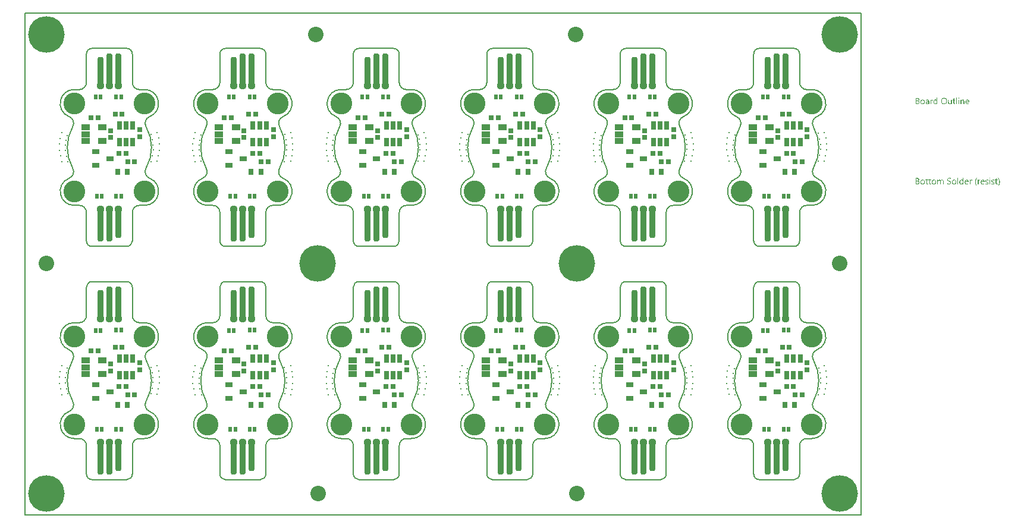
<source format=gbs>
G04*
G04 #@! TF.GenerationSoftware,Altium Limited,Altium Designer,21.8.1 (53)*
G04*
G04 Layer_Color=16711935*
%FSAX25Y25*%
%MOIN*%
G70*
G04*
G04 #@! TF.SameCoordinates,042179B3-2A9A-4FBA-AD92-32AF6F9D014F*
G04*
G04*
G04 #@! TF.FilePolarity,Negative*
G04*
G01*
G75*
%ADD16C,0.00787*%
G04:AMPARAMS|DCode=24|XSize=35.43mil|YSize=169.29mil|CornerRadius=13.82mil|HoleSize=0mil|Usage=FLASHONLY|Rotation=0.000|XOffset=0mil|YOffset=0mil|HoleType=Round|Shape=RoundedRectangle|*
%AMROUNDEDRECTD24*
21,1,0.03543,0.14165,0,0,0.0*
21,1,0.00780,0.16929,0,0,0.0*
1,1,0.02764,0.00390,-0.07083*
1,1,0.02764,-0.00390,-0.07083*
1,1,0.02764,-0.00390,0.07083*
1,1,0.02764,0.00390,0.07083*
%
%ADD24ROUNDEDRECTD24*%
G04:AMPARAMS|DCode=25|XSize=35.43mil|YSize=188.98mil|CornerRadius=13.82mil|HoleSize=0mil|Usage=FLASHONLY|Rotation=0.000|XOffset=0mil|YOffset=0mil|HoleType=Round|Shape=RoundedRectangle|*
%AMROUNDEDRECTD25*
21,1,0.03543,0.16134,0,0,0.0*
21,1,0.00780,0.18898,0,0,0.0*
1,1,0.02764,0.00390,-0.08067*
1,1,0.02764,-0.00390,-0.08067*
1,1,0.02764,-0.00390,0.08067*
1,1,0.02764,0.00390,0.08067*
%
%ADD25ROUNDEDRECTD25*%
%ADD34C,0.04370*%
%ADD43C,0.00800*%
%ADD44C,0.20485*%
%ADD45C,0.00591*%
%ADD46C,0.12205*%
%ADD47C,0.08674*%
%ADD48R,0.01968X0.03150*%
%ADD49R,0.02953X0.04528*%
%ADD50R,0.04134X0.02953*%
%ADD51R,0.04528X0.03347*%
%ADD52R,0.02559X0.02756*%
%ADD53R,0.02953X0.03740*%
%ADD54R,0.02559X0.02756*%
%ADD55R,0.02756X0.02559*%
G36*
X0503737Y0214153D02*
X0503761D01*
X0503817Y0214128D01*
X0503848Y0214110D01*
X0503879Y0214085D01*
X0503885Y0214079D01*
X0503891Y0214073D01*
X0503922Y0214036D01*
X0503947Y0213974D01*
X0503953Y0213937D01*
X0503960Y0213899D01*
Y0213893D01*
Y0213881D01*
X0503953Y0213862D01*
X0503947Y0213838D01*
X0503929Y0213776D01*
X0503904Y0213745D01*
X0503879Y0213714D01*
X0503873D01*
X0503867Y0213701D01*
X0503829Y0213677D01*
X0503774Y0213652D01*
X0503737Y0213646D01*
X0503699Y0213639D01*
X0503681D01*
X0503662Y0213646D01*
X0503638D01*
X0503576Y0213670D01*
X0503545Y0213683D01*
X0503514Y0213708D01*
Y0213714D01*
X0503501Y0213720D01*
X0503489Y0213738D01*
X0503477Y0213757D01*
X0503452Y0213819D01*
X0503446Y0213856D01*
X0503440Y0213899D01*
Y0213906D01*
Y0213918D01*
X0503446Y0213937D01*
X0503452Y0213968D01*
X0503471Y0214023D01*
X0503489Y0214054D01*
X0503514Y0214085D01*
X0503520Y0214091D01*
X0503526Y0214098D01*
X0503563Y0214122D01*
X0503625Y0214147D01*
X0503662Y0214159D01*
X0503718D01*
X0503737Y0214153D01*
D02*
G37*
G36*
X0491747Y0210489D02*
X0491344D01*
Y0210910D01*
X0491332D01*
Y0210904D01*
X0491320Y0210891D01*
X0491301Y0210866D01*
X0491282Y0210835D01*
X0491251Y0210798D01*
X0491214Y0210761D01*
X0491171Y0210718D01*
X0491121Y0210675D01*
X0491066Y0210625D01*
X0490998Y0210582D01*
X0490930Y0210544D01*
X0490849Y0210507D01*
X0490769Y0210476D01*
X0490676Y0210452D01*
X0490577Y0210439D01*
X0490472Y0210433D01*
X0490428D01*
X0490391Y0210439D01*
X0490354Y0210445D01*
X0490304Y0210452D01*
X0490199Y0210476D01*
X0490075Y0210513D01*
X0489952Y0210576D01*
X0489883Y0210613D01*
X0489828Y0210656D01*
X0489766Y0210712D01*
X0489710Y0210767D01*
Y0210773D01*
X0489698Y0210786D01*
X0489685Y0210805D01*
X0489667Y0210829D01*
X0489648Y0210860D01*
X0489623Y0210904D01*
X0489599Y0210953D01*
X0489574Y0211009D01*
X0489543Y0211071D01*
X0489518Y0211139D01*
X0489494Y0211213D01*
X0489475Y0211294D01*
X0489456Y0211380D01*
X0489444Y0211479D01*
X0489438Y0211578D01*
X0489432Y0211684D01*
Y0211690D01*
Y0211708D01*
Y0211745D01*
X0489438Y0211789D01*
X0489444Y0211838D01*
X0489450Y0211900D01*
X0489456Y0211968D01*
X0489469Y0212042D01*
X0489506Y0212203D01*
X0489562Y0212371D01*
X0489599Y0212451D01*
X0489642Y0212531D01*
X0489685Y0212606D01*
X0489741Y0212680D01*
X0489747Y0212686D01*
X0489753Y0212699D01*
X0489772Y0212717D01*
X0489797Y0212742D01*
X0489828Y0212767D01*
X0489871Y0212798D01*
X0489914Y0212835D01*
X0489964Y0212872D01*
X0490088Y0212940D01*
X0490230Y0213002D01*
X0490310Y0213020D01*
X0490397Y0213039D01*
X0490484Y0213052D01*
X0490583Y0213058D01*
X0490632D01*
X0490670Y0213052D01*
X0490707Y0213045D01*
X0490756Y0213039D01*
X0490868Y0213008D01*
X0490991Y0212959D01*
X0491053Y0212928D01*
X0491115Y0212884D01*
X0491177Y0212841D01*
X0491233Y0212785D01*
X0491282Y0212723D01*
X0491332Y0212649D01*
X0491344D01*
Y0214209D01*
X0491747D01*
Y0210489D01*
D02*
G37*
G36*
X0506015Y0213052D02*
X0506089Y0213045D01*
X0506182Y0213027D01*
X0506281Y0212996D01*
X0506386Y0212946D01*
X0506491Y0212878D01*
X0506534Y0212841D01*
X0506578Y0212791D01*
X0506590Y0212779D01*
X0506615Y0212742D01*
X0506646Y0212680D01*
X0506689Y0212593D01*
X0506726Y0212488D01*
X0506764Y0212358D01*
X0506788Y0212203D01*
X0506795Y0212024D01*
Y0210489D01*
X0506392D01*
Y0211919D01*
Y0211925D01*
Y0211956D01*
X0506386Y0211993D01*
Y0212042D01*
X0506374Y0212104D01*
X0506361Y0212173D01*
X0506343Y0212247D01*
X0506318Y0212321D01*
X0506287Y0212395D01*
X0506250Y0212463D01*
X0506200Y0212531D01*
X0506145Y0212593D01*
X0506083Y0212643D01*
X0506002Y0212680D01*
X0505915Y0212711D01*
X0505810Y0212717D01*
X0505798D01*
X0505761Y0212711D01*
X0505705Y0212705D01*
X0505637Y0212686D01*
X0505556Y0212662D01*
X0505470Y0212618D01*
X0505389Y0212562D01*
X0505309Y0212488D01*
X0505303Y0212476D01*
X0505278Y0212451D01*
X0505247Y0212402D01*
X0505210Y0212333D01*
X0505173Y0212253D01*
X0505142Y0212154D01*
X0505117Y0212042D01*
X0505111Y0211919D01*
Y0210489D01*
X0504708D01*
Y0213002D01*
X0505111D01*
Y0212581D01*
X0505123D01*
X0505129Y0212587D01*
X0505136Y0212600D01*
X0505154Y0212624D01*
X0505179Y0212655D01*
X0505204Y0212692D01*
X0505241Y0212730D01*
X0505284Y0212773D01*
X0505334Y0212822D01*
X0505389Y0212866D01*
X0505451Y0212909D01*
X0505519Y0212946D01*
X0505594Y0212983D01*
X0505668Y0213014D01*
X0505755Y0213039D01*
X0505847Y0213052D01*
X0505946Y0213058D01*
X0505984D01*
X0506015Y0213052D01*
D02*
G37*
G36*
X0489017Y0213039D02*
X0489091Y0213033D01*
X0489134Y0213020D01*
X0489165Y0213008D01*
Y0212593D01*
X0489159Y0212600D01*
X0489147Y0212606D01*
X0489122Y0212618D01*
X0489091Y0212637D01*
X0489048Y0212649D01*
X0488992Y0212662D01*
X0488930Y0212668D01*
X0488862Y0212674D01*
X0488850D01*
X0488819Y0212668D01*
X0488769Y0212662D01*
X0488714Y0212643D01*
X0488639Y0212612D01*
X0488571Y0212569D01*
X0488497Y0212507D01*
X0488429Y0212426D01*
X0488423Y0212414D01*
X0488404Y0212383D01*
X0488373Y0212327D01*
X0488342Y0212253D01*
X0488311Y0212160D01*
X0488280Y0212042D01*
X0488262Y0211912D01*
X0488256Y0211764D01*
Y0210489D01*
X0487853D01*
Y0213002D01*
X0488256D01*
Y0212482D01*
X0488268D01*
Y0212488D01*
X0488274Y0212494D01*
X0488286Y0212525D01*
X0488305Y0212575D01*
X0488336Y0212637D01*
X0488367Y0212699D01*
X0488416Y0212767D01*
X0488466Y0212835D01*
X0488528Y0212897D01*
X0488534Y0212903D01*
X0488559Y0212922D01*
X0488596Y0212946D01*
X0488645Y0212971D01*
X0488701Y0212996D01*
X0488769Y0213020D01*
X0488843Y0213039D01*
X0488924Y0213045D01*
X0488980D01*
X0489017Y0213039D01*
D02*
G37*
G36*
X0499756Y0210489D02*
X0499354D01*
Y0210885D01*
X0499342D01*
Y0210879D01*
X0499329Y0210866D01*
X0499317Y0210842D01*
X0499292Y0210817D01*
X0499236Y0210743D01*
X0499150Y0210662D01*
X0499100Y0210619D01*
X0499045Y0210576D01*
X0498983Y0210538D01*
X0498908Y0210501D01*
X0498834Y0210476D01*
X0498754Y0210452D01*
X0498661Y0210439D01*
X0498568Y0210433D01*
X0498531D01*
X0498488Y0210439D01*
X0498426Y0210452D01*
X0498357Y0210464D01*
X0498283Y0210489D01*
X0498203Y0210520D01*
X0498122Y0210569D01*
X0498036Y0210625D01*
X0497955Y0210693D01*
X0497881Y0210780D01*
X0497813Y0210885D01*
X0497751Y0211003D01*
X0497708Y0211145D01*
X0497683Y0211312D01*
X0497670Y0211399D01*
Y0211498D01*
Y0213002D01*
X0498067D01*
Y0211560D01*
Y0211554D01*
Y0211529D01*
X0498073Y0211485D01*
X0498079Y0211436D01*
X0498085Y0211374D01*
X0498098Y0211312D01*
X0498116Y0211238D01*
X0498141Y0211163D01*
X0498178Y0211089D01*
X0498215Y0211021D01*
X0498265Y0210953D01*
X0498327Y0210891D01*
X0498395Y0210842D01*
X0498475Y0210805D01*
X0498574Y0210773D01*
X0498679Y0210767D01*
X0498692D01*
X0498729Y0210773D01*
X0498785Y0210780D01*
X0498847Y0210792D01*
X0498927Y0210823D01*
X0499008Y0210860D01*
X0499088Y0210910D01*
X0499162Y0210984D01*
X0499168Y0210996D01*
X0499193Y0211021D01*
X0499224Y0211071D01*
X0499261Y0211139D01*
X0499292Y0211219D01*
X0499323Y0211318D01*
X0499348Y0211430D01*
X0499354Y0211554D01*
Y0213002D01*
X0499756D01*
Y0210489D01*
D02*
G37*
G36*
X0503891D02*
X0503489D01*
Y0213002D01*
X0503891D01*
Y0210489D01*
D02*
G37*
G36*
X0502672D02*
X0502270D01*
Y0214209D01*
X0502672D01*
Y0210489D01*
D02*
G37*
G36*
X0486293Y0213052D02*
X0486349Y0213045D01*
X0486417Y0213027D01*
X0486491Y0213008D01*
X0486572Y0212977D01*
X0486658Y0212940D01*
X0486739Y0212891D01*
X0486819Y0212829D01*
X0486894Y0212754D01*
X0486962Y0212662D01*
X0487017Y0212556D01*
X0487061Y0212433D01*
X0487085Y0212290D01*
X0487098Y0212123D01*
Y0210489D01*
X0486696D01*
Y0210879D01*
X0486683D01*
Y0210873D01*
X0486671Y0210860D01*
X0486658Y0210835D01*
X0486634Y0210811D01*
X0486572Y0210736D01*
X0486491Y0210656D01*
X0486380Y0210576D01*
X0486250Y0210501D01*
X0486169Y0210476D01*
X0486089Y0210452D01*
X0486002Y0210439D01*
X0485910Y0210433D01*
X0485872D01*
X0485848Y0210439D01*
X0485779Y0210445D01*
X0485699Y0210458D01*
X0485600Y0210483D01*
X0485507Y0210513D01*
X0485408Y0210563D01*
X0485321Y0210625D01*
X0485315Y0210637D01*
X0485290Y0210662D01*
X0485253Y0210705D01*
X0485216Y0210767D01*
X0485179Y0210842D01*
X0485142Y0210928D01*
X0485117Y0211034D01*
X0485111Y0211151D01*
Y0211157D01*
Y0211182D01*
X0485117Y0211219D01*
X0485123Y0211262D01*
X0485136Y0211318D01*
X0485154Y0211380D01*
X0485179Y0211448D01*
X0485216Y0211516D01*
X0485259Y0211591D01*
X0485315Y0211665D01*
X0485383Y0211733D01*
X0485464Y0211795D01*
X0485557Y0211857D01*
X0485668Y0211906D01*
X0485792Y0211943D01*
X0485940Y0211974D01*
X0486696Y0212080D01*
Y0212086D01*
Y0212104D01*
X0486689Y0212141D01*
Y0212179D01*
X0486677Y0212228D01*
X0486671Y0212284D01*
X0486634Y0212402D01*
X0486603Y0212457D01*
X0486572Y0212513D01*
X0486528Y0212569D01*
X0486479Y0212618D01*
X0486417Y0212662D01*
X0486349Y0212692D01*
X0486269Y0212711D01*
X0486176Y0212717D01*
X0486132D01*
X0486101Y0212711D01*
X0486058D01*
X0486015Y0212699D01*
X0485903Y0212680D01*
X0485779Y0212643D01*
X0485643Y0212587D01*
X0485569Y0212550D01*
X0485501Y0212513D01*
X0485427Y0212463D01*
X0485358Y0212408D01*
Y0212822D01*
X0485365D01*
X0485377Y0212835D01*
X0485396Y0212847D01*
X0485427Y0212860D01*
X0485458Y0212878D01*
X0485501Y0212897D01*
X0485550Y0212915D01*
X0485606Y0212940D01*
X0485730Y0212983D01*
X0485879Y0213020D01*
X0486039Y0213045D01*
X0486213Y0213058D01*
X0486250D01*
X0486293Y0213052D01*
D02*
G37*
G36*
X0480605Y0213999D02*
X0480648D01*
X0480691Y0213992D01*
X0480790Y0213980D01*
X0480908Y0213949D01*
X0481032Y0213912D01*
X0481149Y0213856D01*
X0481255Y0213782D01*
X0481261D01*
X0481267Y0213770D01*
X0481298Y0213745D01*
X0481341Y0213695D01*
X0481391Y0213627D01*
X0481434Y0213541D01*
X0481477Y0213441D01*
X0481508Y0213330D01*
X0481521Y0213268D01*
Y0213200D01*
Y0213194D01*
Y0213188D01*
Y0213151D01*
X0481515Y0213095D01*
X0481502Y0213027D01*
X0481484Y0212940D01*
X0481453Y0212853D01*
X0481416Y0212767D01*
X0481360Y0212680D01*
X0481354Y0212668D01*
X0481329Y0212643D01*
X0481292Y0212606D01*
X0481242Y0212556D01*
X0481180Y0212507D01*
X0481106Y0212451D01*
X0481013Y0212408D01*
X0480914Y0212364D01*
Y0212358D01*
X0480933D01*
X0480951Y0212352D01*
X0480970Y0212346D01*
X0481038Y0212333D01*
X0481118Y0212309D01*
X0481205Y0212271D01*
X0481298Y0212228D01*
X0481391Y0212166D01*
X0481477Y0212086D01*
X0481490Y0212073D01*
X0481515Y0212042D01*
X0481545Y0211999D01*
X0481589Y0211931D01*
X0481626Y0211844D01*
X0481663Y0211745D01*
X0481688Y0211628D01*
X0481694Y0211498D01*
Y0211492D01*
Y0211479D01*
Y0211454D01*
X0481688Y0211423D01*
X0481682Y0211386D01*
X0481675Y0211343D01*
X0481651Y0211238D01*
X0481614Y0211120D01*
X0481558Y0210996D01*
X0481521Y0210941D01*
X0481477Y0210879D01*
X0481422Y0210823D01*
X0481366Y0210767D01*
X0481360D01*
X0481354Y0210755D01*
X0481335Y0210743D01*
X0481310Y0210724D01*
X0481279Y0210705D01*
X0481236Y0210681D01*
X0481143Y0210631D01*
X0481026Y0210576D01*
X0480889Y0210532D01*
X0480728Y0210501D01*
X0480648Y0210495D01*
X0480555Y0210489D01*
X0479528D01*
Y0214005D01*
X0480574D01*
X0480605Y0213999D01*
D02*
G37*
G36*
X0501100Y0213002D02*
X0501737D01*
Y0212655D01*
X0501100D01*
Y0211238D01*
Y0211225D01*
Y0211194D01*
X0501106Y0211151D01*
X0501112Y0211095D01*
X0501137Y0210978D01*
X0501155Y0210922D01*
X0501186Y0210879D01*
X0501193Y0210873D01*
X0501205Y0210860D01*
X0501224Y0210848D01*
X0501255Y0210829D01*
X0501292Y0210805D01*
X0501341Y0210792D01*
X0501403Y0210780D01*
X0501471Y0210773D01*
X0501496D01*
X0501527Y0210780D01*
X0501564Y0210786D01*
X0501651Y0210811D01*
X0501694Y0210829D01*
X0501737Y0210854D01*
Y0210507D01*
X0501731D01*
X0501713Y0210495D01*
X0501682Y0210489D01*
X0501638Y0210476D01*
X0501582Y0210464D01*
X0501521Y0210452D01*
X0501446Y0210445D01*
X0501360Y0210439D01*
X0501329D01*
X0501298Y0210445D01*
X0501255Y0210452D01*
X0501205Y0210464D01*
X0501149Y0210476D01*
X0501093Y0210501D01*
X0501032Y0210532D01*
X0500970Y0210569D01*
X0500908Y0210619D01*
X0500852Y0210675D01*
X0500803Y0210749D01*
X0500759Y0210829D01*
X0500728Y0210928D01*
X0500703Y0211040D01*
X0500697Y0211170D01*
Y0212655D01*
X0500270D01*
Y0213002D01*
X0500697D01*
Y0213615D01*
X0501100Y0213745D01*
Y0213002D01*
D02*
G37*
G36*
X0508627Y0213052D02*
X0508670Y0213045D01*
X0508713Y0213039D01*
X0508825Y0213020D01*
X0508949Y0212977D01*
X0509072Y0212922D01*
X0509134Y0212884D01*
X0509196Y0212841D01*
X0509252Y0212791D01*
X0509308Y0212736D01*
X0509314Y0212730D01*
X0509320Y0212723D01*
X0509332Y0212705D01*
X0509351Y0212680D01*
X0509370Y0212643D01*
X0509394Y0212606D01*
X0509419Y0212562D01*
X0509444Y0212507D01*
X0509469Y0212445D01*
X0509493Y0212383D01*
X0509518Y0212309D01*
X0509537Y0212228D01*
X0509555Y0212141D01*
X0509568Y0212055D01*
X0509580Y0211956D01*
Y0211851D01*
Y0211640D01*
X0507803D01*
Y0211634D01*
Y0211622D01*
Y0211603D01*
X0507810Y0211572D01*
X0507816Y0211535D01*
Y0211498D01*
X0507834Y0211399D01*
X0507865Y0211300D01*
X0507902Y0211188D01*
X0507958Y0211083D01*
X0508026Y0210990D01*
X0508039Y0210978D01*
X0508064Y0210953D01*
X0508113Y0210922D01*
X0508181Y0210879D01*
X0508268Y0210835D01*
X0508367Y0210805D01*
X0508484Y0210780D01*
X0508621Y0210767D01*
X0508664D01*
X0508695Y0210773D01*
X0508732D01*
X0508775Y0210780D01*
X0508881Y0210805D01*
X0508998Y0210835D01*
X0509128Y0210885D01*
X0509264Y0210953D01*
X0509332Y0210996D01*
X0509401Y0211046D01*
Y0210668D01*
X0509394D01*
X0509388Y0210656D01*
X0509370Y0210650D01*
X0509339Y0210631D01*
X0509308Y0210613D01*
X0509270Y0210594D01*
X0509221Y0210576D01*
X0509171Y0210551D01*
X0509110Y0210526D01*
X0509042Y0210507D01*
X0508893Y0210470D01*
X0508720Y0210445D01*
X0508528Y0210433D01*
X0508478D01*
X0508441Y0210439D01*
X0508398Y0210445D01*
X0508342Y0210452D01*
X0508224Y0210476D01*
X0508088Y0210513D01*
X0507952Y0210576D01*
X0507884Y0210619D01*
X0507816Y0210662D01*
X0507754Y0210712D01*
X0507692Y0210773D01*
X0507686Y0210780D01*
X0507680Y0210792D01*
X0507667Y0210811D01*
X0507643Y0210835D01*
X0507624Y0210873D01*
X0507599Y0210916D01*
X0507568Y0210965D01*
X0507544Y0211021D01*
X0507513Y0211083D01*
X0507488Y0211157D01*
X0507457Y0211238D01*
X0507438Y0211324D01*
X0507420Y0211417D01*
X0507401Y0211516D01*
X0507395Y0211622D01*
X0507389Y0211733D01*
Y0211739D01*
Y0211758D01*
Y0211789D01*
X0507395Y0211832D01*
X0507401Y0211881D01*
X0507407Y0211937D01*
X0507413Y0212005D01*
X0507432Y0212073D01*
X0507469Y0212222D01*
X0507525Y0212383D01*
X0507562Y0212463D01*
X0507612Y0212538D01*
X0507661Y0212618D01*
X0507717Y0212686D01*
X0507723Y0212692D01*
X0507735Y0212705D01*
X0507754Y0212723D01*
X0507779Y0212742D01*
X0507810Y0212773D01*
X0507847Y0212804D01*
X0507896Y0212835D01*
X0507946Y0212872D01*
X0508064Y0212940D01*
X0508206Y0213002D01*
X0508286Y0213020D01*
X0508367Y0213039D01*
X0508453Y0213052D01*
X0508546Y0213058D01*
X0508596D01*
X0508627Y0213052D01*
D02*
G37*
G36*
X0495584Y0214060D02*
X0495646Y0214054D01*
X0495721Y0214042D01*
X0495801Y0214023D01*
X0495888Y0214005D01*
X0495974Y0213980D01*
X0496073Y0213949D01*
X0496166Y0213906D01*
X0496265Y0213856D01*
X0496364Y0213800D01*
X0496457Y0213732D01*
X0496550Y0213658D01*
X0496637Y0213571D01*
X0496643Y0213565D01*
X0496655Y0213547D01*
X0496680Y0213522D01*
X0496705Y0213485D01*
X0496742Y0213435D01*
X0496779Y0213373D01*
X0496816Y0213305D01*
X0496860Y0213231D01*
X0496903Y0213138D01*
X0496940Y0213045D01*
X0496977Y0212940D01*
X0497014Y0212822D01*
X0497039Y0212705D01*
X0497064Y0212575D01*
X0497076Y0212433D01*
X0497082Y0212290D01*
Y0212278D01*
Y0212253D01*
Y0212210D01*
X0497076Y0212148D01*
X0497070Y0212073D01*
X0497058Y0211993D01*
X0497045Y0211900D01*
X0497027Y0211795D01*
X0497002Y0211690D01*
X0496971Y0211578D01*
X0496934Y0211467D01*
X0496890Y0211355D01*
X0496835Y0211238D01*
X0496773Y0211133D01*
X0496705Y0211027D01*
X0496624Y0210928D01*
X0496618Y0210922D01*
X0496606Y0210910D01*
X0496575Y0210885D01*
X0496544Y0210854D01*
X0496494Y0210811D01*
X0496439Y0210773D01*
X0496377Y0210724D01*
X0496303Y0210681D01*
X0496222Y0210637D01*
X0496129Y0210588D01*
X0496030Y0210551D01*
X0495919Y0210513D01*
X0495801Y0210476D01*
X0495677Y0210452D01*
X0495547Y0210439D01*
X0495405Y0210433D01*
X0495374D01*
X0495331Y0210439D01*
X0495281D01*
X0495219Y0210445D01*
X0495145Y0210458D01*
X0495064Y0210476D01*
X0494972Y0210495D01*
X0494879Y0210520D01*
X0494780Y0210551D01*
X0494681Y0210594D01*
X0494582Y0210637D01*
X0494483Y0210693D01*
X0494384Y0210761D01*
X0494291Y0210835D01*
X0494204Y0210922D01*
X0494198Y0210928D01*
X0494185Y0210947D01*
X0494161Y0210972D01*
X0494136Y0211009D01*
X0494099Y0211058D01*
X0494062Y0211120D01*
X0494025Y0211188D01*
X0493981Y0211269D01*
X0493938Y0211355D01*
X0493901Y0211448D01*
X0493864Y0211554D01*
X0493826Y0211671D01*
X0493802Y0211789D01*
X0493777Y0211919D01*
X0493765Y0212061D01*
X0493758Y0212203D01*
Y0212216D01*
Y0212241D01*
X0493765Y0212284D01*
Y0212346D01*
X0493771Y0212414D01*
X0493783Y0212501D01*
X0493795Y0212593D01*
X0493814Y0212692D01*
X0493839Y0212798D01*
X0493870Y0212909D01*
X0493907Y0213020D01*
X0493950Y0213132D01*
X0494006Y0213243D01*
X0494068Y0213355D01*
X0494136Y0213460D01*
X0494216Y0213559D01*
X0494223Y0213565D01*
X0494235Y0213584D01*
X0494266Y0213609D01*
X0494303Y0213639D01*
X0494346Y0213677D01*
X0494402Y0213720D01*
X0494470Y0213763D01*
X0494545Y0213813D01*
X0494631Y0213862D01*
X0494724Y0213906D01*
X0494823Y0213949D01*
X0494935Y0213986D01*
X0495058Y0214017D01*
X0495188Y0214048D01*
X0495324Y0214060D01*
X0495467Y0214067D01*
X0495535D01*
X0495584Y0214060D01*
D02*
G37*
G36*
X0483557Y0213052D02*
X0483601Y0213045D01*
X0483656Y0213039D01*
X0483780Y0213014D01*
X0483922Y0212971D01*
X0484065Y0212909D01*
X0484139Y0212872D01*
X0484207Y0212829D01*
X0484275Y0212773D01*
X0484337Y0212711D01*
X0484343Y0212705D01*
X0484350Y0212692D01*
X0484368Y0212674D01*
X0484387Y0212649D01*
X0484411Y0212612D01*
X0484436Y0212569D01*
X0484467Y0212519D01*
X0484498Y0212463D01*
X0484523Y0212395D01*
X0484554Y0212327D01*
X0484579Y0212247D01*
X0484603Y0212160D01*
X0484622Y0212067D01*
X0484641Y0211968D01*
X0484647Y0211863D01*
X0484653Y0211752D01*
Y0211745D01*
Y0211727D01*
Y0211696D01*
X0484647Y0211652D01*
X0484641Y0211603D01*
X0484634Y0211541D01*
X0484622Y0211479D01*
X0484610Y0211405D01*
X0484572Y0211256D01*
X0484511Y0211095D01*
X0484473Y0211015D01*
X0484424Y0210934D01*
X0484374Y0210860D01*
X0484312Y0210792D01*
X0484306Y0210786D01*
X0484294Y0210780D01*
X0484275Y0210761D01*
X0484250Y0210736D01*
X0484213Y0210712D01*
X0484176Y0210681D01*
X0484127Y0210644D01*
X0484071Y0210613D01*
X0484009Y0210582D01*
X0483941Y0210544D01*
X0483867Y0210513D01*
X0483786Y0210489D01*
X0483700Y0210464D01*
X0483607Y0210452D01*
X0483508Y0210439D01*
X0483402Y0210433D01*
X0483347D01*
X0483310Y0210439D01*
X0483266Y0210445D01*
X0483211Y0210452D01*
X0483149Y0210464D01*
X0483081Y0210476D01*
X0482938Y0210520D01*
X0482790Y0210582D01*
X0482715Y0210619D01*
X0482647Y0210668D01*
X0482579Y0210718D01*
X0482511Y0210780D01*
X0482505Y0210786D01*
X0482499Y0210798D01*
X0482480Y0210817D01*
X0482462Y0210842D01*
X0482437Y0210879D01*
X0482406Y0210922D01*
X0482375Y0210972D01*
X0482350Y0211027D01*
X0482319Y0211095D01*
X0482288Y0211163D01*
X0482257Y0211238D01*
X0482233Y0211324D01*
X0482195Y0211510D01*
X0482189Y0211609D01*
X0482183Y0211714D01*
Y0211721D01*
Y0211745D01*
Y0211776D01*
X0482189Y0211820D01*
X0482195Y0211869D01*
X0482202Y0211931D01*
X0482214Y0211999D01*
X0482226Y0212073D01*
X0482264Y0212234D01*
X0482325Y0212395D01*
X0482369Y0212476D01*
X0482412Y0212556D01*
X0482462Y0212631D01*
X0482523Y0212699D01*
X0482530Y0212705D01*
X0482542Y0212717D01*
X0482561Y0212730D01*
X0482585Y0212754D01*
X0482623Y0212779D01*
X0482666Y0212810D01*
X0482715Y0212847D01*
X0482771Y0212878D01*
X0482833Y0212909D01*
X0482907Y0212946D01*
X0482982Y0212977D01*
X0483068Y0213002D01*
X0483155Y0213027D01*
X0483254Y0213045D01*
X0483359Y0213052D01*
X0483464Y0213058D01*
X0483520D01*
X0483557Y0213052D01*
D02*
G37*
G36*
X0521168Y0169227D02*
X0521193D01*
X0521248Y0169202D01*
X0521279Y0169183D01*
X0521310Y0169159D01*
X0521316Y0169152D01*
X0521322Y0169146D01*
X0521353Y0169109D01*
X0521378Y0169047D01*
X0521384Y0169010D01*
X0521390Y0168973D01*
Y0168967D01*
Y0168954D01*
X0521384Y0168936D01*
X0521378Y0168911D01*
X0521360Y0168849D01*
X0521335Y0168818D01*
X0521310Y0168787D01*
X0521304D01*
X0521298Y0168775D01*
X0521260Y0168750D01*
X0521205Y0168725D01*
X0521168Y0168719D01*
X0521131Y0168713D01*
X0521112D01*
X0521093Y0168719D01*
X0521069D01*
X0521007Y0168744D01*
X0520976Y0168756D01*
X0520945Y0168781D01*
Y0168787D01*
X0520932Y0168793D01*
X0520920Y0168812D01*
X0520908Y0168831D01*
X0520883Y0168893D01*
X0520877Y0168930D01*
X0520871Y0168973D01*
Y0168979D01*
Y0168992D01*
X0520877Y0169010D01*
X0520883Y0169041D01*
X0520901Y0169097D01*
X0520920Y0169128D01*
X0520945Y0169159D01*
X0520951Y0169165D01*
X0520957Y0169171D01*
X0520994Y0169196D01*
X0521056Y0169221D01*
X0521093Y0169233D01*
X0521149D01*
X0521168Y0169227D01*
D02*
G37*
G36*
X0498599Y0169134D02*
X0498649D01*
X0498760Y0169122D01*
X0498884Y0169109D01*
X0499008Y0169084D01*
X0499125Y0169053D01*
X0499175Y0169035D01*
X0499224Y0169010D01*
Y0168546D01*
X0499218D01*
X0499212Y0168558D01*
X0499193Y0168564D01*
X0499168Y0168583D01*
X0499137Y0168595D01*
X0499100Y0168614D01*
X0499008Y0168657D01*
X0498896Y0168694D01*
X0498760Y0168732D01*
X0498599Y0168756D01*
X0498426Y0168763D01*
X0498376D01*
X0498339Y0168756D01*
X0498302D01*
X0498252Y0168750D01*
X0498153Y0168732D01*
X0498147D01*
X0498129Y0168725D01*
X0498104Y0168719D01*
X0498073Y0168713D01*
X0497999Y0168682D01*
X0497912Y0168645D01*
X0497906D01*
X0497893Y0168632D01*
X0497875Y0168620D01*
X0497850Y0168602D01*
X0497794Y0168546D01*
X0497739Y0168478D01*
Y0168472D01*
X0497726Y0168459D01*
X0497720Y0168441D01*
X0497708Y0168410D01*
X0497695Y0168373D01*
X0497689Y0168335D01*
X0497677Y0168236D01*
Y0168230D01*
Y0168212D01*
Y0168187D01*
X0497683Y0168156D01*
X0497695Y0168082D01*
X0497726Y0168001D01*
Y0167995D01*
X0497739Y0167983D01*
X0497745Y0167964D01*
X0497763Y0167939D01*
X0497813Y0167884D01*
X0497875Y0167822D01*
X0497881Y0167815D01*
X0497893Y0167809D01*
X0497912Y0167791D01*
X0497943Y0167772D01*
X0497980Y0167747D01*
X0498017Y0167723D01*
X0498116Y0167661D01*
X0498122Y0167655D01*
X0498141Y0167648D01*
X0498172Y0167630D01*
X0498209Y0167611D01*
X0498258Y0167586D01*
X0498314Y0167562D01*
X0498438Y0167500D01*
X0498444Y0167494D01*
X0498469Y0167481D01*
X0498506Y0167463D01*
X0498556Y0167438D01*
X0498611Y0167413D01*
X0498673Y0167376D01*
X0498797Y0167302D01*
X0498803Y0167296D01*
X0498828Y0167283D01*
X0498859Y0167264D01*
X0498902Y0167234D01*
X0498995Y0167159D01*
X0499094Y0167073D01*
X0499100Y0167067D01*
X0499119Y0167054D01*
X0499137Y0167023D01*
X0499168Y0166992D01*
X0499199Y0166949D01*
X0499236Y0166905D01*
X0499298Y0166794D01*
X0499305Y0166788D01*
X0499311Y0166769D01*
X0499323Y0166738D01*
X0499336Y0166695D01*
X0499348Y0166646D01*
X0499360Y0166584D01*
X0499373Y0166522D01*
Y0166447D01*
Y0166435D01*
Y0166404D01*
X0499367Y0166355D01*
X0499360Y0166293D01*
X0499348Y0166225D01*
X0499329Y0166150D01*
X0499305Y0166076D01*
X0499267Y0166008D01*
X0499261Y0166002D01*
X0499249Y0165977D01*
X0499224Y0165946D01*
X0499199Y0165903D01*
X0499156Y0165859D01*
X0499113Y0165810D01*
X0499057Y0165760D01*
X0498995Y0165711D01*
X0498989Y0165705D01*
X0498964Y0165692D01*
X0498927Y0165674D01*
X0498877Y0165649D01*
X0498822Y0165624D01*
X0498754Y0165599D01*
X0498673Y0165575D01*
X0498593Y0165556D01*
X0498580D01*
X0498556Y0165550D01*
X0498512Y0165544D01*
X0498450Y0165531D01*
X0498382Y0165525D01*
X0498302Y0165513D01*
X0498215Y0165507D01*
X0498067D01*
X0497999Y0165513D01*
X0497912Y0165519D01*
X0497893D01*
X0497868Y0165525D01*
X0497838Y0165531D01*
X0497757Y0165538D01*
X0497664Y0165556D01*
X0497658D01*
X0497640Y0165562D01*
X0497615Y0165568D01*
X0497584Y0165575D01*
X0497509Y0165593D01*
X0497423Y0165618D01*
X0497417D01*
X0497404Y0165624D01*
X0497386Y0165630D01*
X0497361Y0165643D01*
X0497299Y0165667D01*
X0497237Y0165705D01*
Y0166188D01*
X0497243Y0166181D01*
X0497256Y0166175D01*
X0497268Y0166163D01*
X0497293Y0166144D01*
X0497361Y0166101D01*
X0497441Y0166051D01*
X0497448D01*
X0497460Y0166045D01*
X0497485Y0166033D01*
X0497516Y0166020D01*
X0497596Y0165983D01*
X0497683Y0165952D01*
X0497689D01*
X0497708Y0165946D01*
X0497732Y0165940D01*
X0497763Y0165934D01*
X0497850Y0165909D01*
X0497943Y0165890D01*
X0497968D01*
X0497992Y0165884D01*
X0498023D01*
X0498098Y0165878D01*
X0498184Y0165872D01*
X0498246D01*
X0498314Y0165878D01*
X0498401Y0165890D01*
X0498494Y0165903D01*
X0498587Y0165928D01*
X0498673Y0165965D01*
X0498754Y0166008D01*
X0498760Y0166014D01*
X0498785Y0166033D01*
X0498816Y0166070D01*
X0498847Y0166113D01*
X0498884Y0166169D01*
X0498908Y0166243D01*
X0498933Y0166324D01*
X0498939Y0166417D01*
Y0166423D01*
Y0166441D01*
Y0166466D01*
X0498933Y0166503D01*
X0498915Y0166584D01*
X0498877Y0166664D01*
Y0166670D01*
X0498865Y0166683D01*
X0498853Y0166701D01*
X0498834Y0166726D01*
X0498778Y0166788D01*
X0498704Y0166856D01*
X0498698Y0166862D01*
X0498686Y0166875D01*
X0498661Y0166887D01*
X0498630Y0166912D01*
X0498593Y0166937D01*
X0498549Y0166967D01*
X0498444Y0167023D01*
X0498438Y0167029D01*
X0498419Y0167035D01*
X0498388Y0167054D01*
X0498345Y0167073D01*
X0498302Y0167104D01*
X0498246Y0167128D01*
X0498116Y0167197D01*
X0498110Y0167203D01*
X0498085Y0167215D01*
X0498048Y0167234D01*
X0498005Y0167252D01*
X0497955Y0167283D01*
X0497899Y0167314D01*
X0497776Y0167382D01*
X0497769Y0167388D01*
X0497751Y0167401D01*
X0497720Y0167419D01*
X0497683Y0167444D01*
X0497590Y0167512D01*
X0497497Y0167593D01*
X0497491Y0167599D01*
X0497479Y0167611D01*
X0497454Y0167636D01*
X0497429Y0167667D01*
X0497398Y0167710D01*
X0497367Y0167754D01*
X0497311Y0167853D01*
Y0167859D01*
X0497299Y0167877D01*
X0497293Y0167908D01*
X0497281Y0167952D01*
X0497268Y0168001D01*
X0497256Y0168063D01*
X0497250Y0168125D01*
X0497243Y0168199D01*
Y0168212D01*
Y0168243D01*
X0497250Y0168286D01*
X0497256Y0168342D01*
X0497268Y0168410D01*
X0497287Y0168478D01*
X0497311Y0168546D01*
X0497349Y0168614D01*
X0497355Y0168620D01*
X0497367Y0168645D01*
X0497392Y0168676D01*
X0497423Y0168719D01*
X0497460Y0168763D01*
X0497509Y0168812D01*
X0497565Y0168862D01*
X0497627Y0168905D01*
X0497633Y0168911D01*
X0497658Y0168923D01*
X0497695Y0168948D01*
X0497739Y0168973D01*
X0497800Y0168998D01*
X0497862Y0169029D01*
X0497937Y0169053D01*
X0498017Y0169078D01*
X0498030D01*
X0498054Y0169091D01*
X0498098Y0169097D01*
X0498160Y0169109D01*
X0498228Y0169122D01*
X0498302Y0169128D01*
X0498469Y0169140D01*
X0498556D01*
X0498599Y0169134D01*
D02*
G37*
G36*
X0506330Y0165562D02*
X0505928D01*
Y0165983D01*
X0505915D01*
Y0165977D01*
X0505903Y0165965D01*
X0505885Y0165940D01*
X0505866Y0165909D01*
X0505835Y0165872D01*
X0505798Y0165835D01*
X0505755Y0165791D01*
X0505705Y0165748D01*
X0505649Y0165699D01*
X0505581Y0165655D01*
X0505513Y0165618D01*
X0505433Y0165581D01*
X0505352Y0165550D01*
X0505259Y0165525D01*
X0505160Y0165513D01*
X0505055Y0165507D01*
X0505012D01*
X0504975Y0165513D01*
X0504938Y0165519D01*
X0504888Y0165525D01*
X0504783Y0165550D01*
X0504659Y0165587D01*
X0504535Y0165649D01*
X0504467Y0165686D01*
X0504411Y0165729D01*
X0504350Y0165785D01*
X0504294Y0165841D01*
Y0165847D01*
X0504281Y0165859D01*
X0504269Y0165878D01*
X0504250Y0165903D01*
X0504232Y0165934D01*
X0504207Y0165977D01*
X0504182Y0166026D01*
X0504158Y0166082D01*
X0504127Y0166144D01*
X0504102Y0166212D01*
X0504077Y0166287D01*
X0504059Y0166367D01*
X0504040Y0166454D01*
X0504028Y0166553D01*
X0504021Y0166652D01*
X0504015Y0166757D01*
Y0166763D01*
Y0166782D01*
Y0166819D01*
X0504021Y0166862D01*
X0504028Y0166912D01*
X0504034Y0166974D01*
X0504040Y0167042D01*
X0504052Y0167116D01*
X0504089Y0167277D01*
X0504145Y0167444D01*
X0504182Y0167525D01*
X0504226Y0167605D01*
X0504269Y0167679D01*
X0504325Y0167754D01*
X0504331Y0167760D01*
X0504337Y0167772D01*
X0504356Y0167791D01*
X0504380Y0167815D01*
X0504411Y0167840D01*
X0504455Y0167871D01*
X0504498Y0167908D01*
X0504548Y0167945D01*
X0504671Y0168014D01*
X0504814Y0168075D01*
X0504894Y0168094D01*
X0504981Y0168113D01*
X0505067Y0168125D01*
X0505166Y0168131D01*
X0505216D01*
X0505253Y0168125D01*
X0505290Y0168119D01*
X0505340Y0168113D01*
X0505451Y0168082D01*
X0505575Y0168032D01*
X0505637Y0168001D01*
X0505699Y0167958D01*
X0505761Y0167914D01*
X0505817Y0167859D01*
X0505866Y0167797D01*
X0505915Y0167723D01*
X0505928D01*
Y0169282D01*
X0506330D01*
Y0165562D01*
D02*
G37*
G36*
X0523074Y0168125D02*
X0523155Y0168119D01*
X0523241Y0168106D01*
X0523340Y0168082D01*
X0523439Y0168057D01*
X0523538Y0168020D01*
Y0167611D01*
X0523526Y0167617D01*
X0523489Y0167642D01*
X0523433Y0167667D01*
X0523359Y0167704D01*
X0523266Y0167735D01*
X0523155Y0167766D01*
X0523031Y0167785D01*
X0522901Y0167791D01*
X0522833D01*
X0522771Y0167778D01*
X0522697Y0167766D01*
X0522690D01*
X0522684Y0167760D01*
X0522647Y0167747D01*
X0522598Y0167723D01*
X0522542Y0167692D01*
X0522530Y0167685D01*
X0522505Y0167661D01*
X0522474Y0167624D01*
X0522443Y0167580D01*
X0522437Y0167568D01*
X0522424Y0167537D01*
X0522412Y0167494D01*
X0522406Y0167438D01*
Y0167432D01*
Y0167419D01*
Y0167401D01*
X0522412Y0167382D01*
X0522424Y0167326D01*
X0522443Y0167271D01*
X0522449Y0167258D01*
X0522468Y0167234D01*
X0522505Y0167197D01*
X0522548Y0167153D01*
X0522554D01*
X0522560Y0167147D01*
X0522598Y0167122D01*
X0522647Y0167091D01*
X0522715Y0167060D01*
X0522721D01*
X0522734Y0167054D01*
X0522752Y0167048D01*
X0522783Y0167035D01*
X0522851Y0167011D01*
X0522938Y0166974D01*
X0522944D01*
X0522969Y0166961D01*
X0523000Y0166949D01*
X0523037Y0166937D01*
X0523136Y0166893D01*
X0523235Y0166844D01*
X0523241D01*
X0523260Y0166831D01*
X0523285Y0166819D01*
X0523316Y0166800D01*
X0523390Y0166751D01*
X0523464Y0166689D01*
X0523470Y0166683D01*
X0523483Y0166676D01*
X0523495Y0166658D01*
X0523520Y0166633D01*
X0523563Y0166571D01*
X0523606Y0166491D01*
Y0166485D01*
X0523613Y0166472D01*
X0523625Y0166447D01*
X0523631Y0166417D01*
X0523644Y0166379D01*
X0523650Y0166336D01*
X0523656Y0166231D01*
Y0166225D01*
Y0166200D01*
X0523650Y0166163D01*
X0523644Y0166119D01*
X0523637Y0166070D01*
X0523619Y0166014D01*
X0523600Y0165965D01*
X0523569Y0165909D01*
X0523563Y0165903D01*
X0523557Y0165884D01*
X0523538Y0165859D01*
X0523514Y0165829D01*
X0523483Y0165791D01*
X0523446Y0165754D01*
X0523353Y0165680D01*
X0523347Y0165674D01*
X0523328Y0165667D01*
X0523303Y0165649D01*
X0523260Y0165630D01*
X0523217Y0165606D01*
X0523161Y0165587D01*
X0523105Y0165568D01*
X0523037Y0165550D01*
X0523031D01*
X0523006Y0165544D01*
X0522969Y0165538D01*
X0522926Y0165531D01*
X0522864Y0165519D01*
X0522802Y0165513D01*
X0522659Y0165507D01*
X0522598D01*
X0522523Y0165513D01*
X0522431Y0165525D01*
X0522325Y0165544D01*
X0522214Y0165568D01*
X0522102Y0165599D01*
X0521991Y0165649D01*
Y0166082D01*
X0521997D01*
X0522003Y0166070D01*
X0522022Y0166058D01*
X0522047Y0166045D01*
X0522115Y0166008D01*
X0522208Y0165965D01*
X0522313Y0165915D01*
X0522437Y0165878D01*
X0522573Y0165853D01*
X0522715Y0165841D01*
X0522765D01*
X0522796Y0165847D01*
X0522882Y0165859D01*
X0522981Y0165884D01*
X0523074Y0165928D01*
X0523117Y0165958D01*
X0523161Y0165989D01*
X0523192Y0166033D01*
X0523217Y0166076D01*
X0523235Y0166132D01*
X0523241Y0166194D01*
Y0166200D01*
Y0166212D01*
Y0166231D01*
X0523235Y0166249D01*
X0523223Y0166305D01*
X0523198Y0166361D01*
Y0166367D01*
X0523192Y0166373D01*
X0523167Y0166404D01*
X0523130Y0166447D01*
X0523074Y0166485D01*
X0523068D01*
X0523062Y0166497D01*
X0523025Y0166516D01*
X0522969Y0166553D01*
X0522895Y0166584D01*
X0522889D01*
X0522876Y0166590D01*
X0522858Y0166602D01*
X0522827Y0166615D01*
X0522758Y0166639D01*
X0522672Y0166676D01*
X0522666D01*
X0522641Y0166689D01*
X0522610Y0166701D01*
X0522573Y0166714D01*
X0522474Y0166757D01*
X0522375Y0166806D01*
X0522368Y0166813D01*
X0522356Y0166819D01*
X0522331Y0166831D01*
X0522300Y0166850D01*
X0522232Y0166899D01*
X0522164Y0166955D01*
X0522158Y0166961D01*
X0522152Y0166967D01*
X0522133Y0166986D01*
X0522115Y0167011D01*
X0522071Y0167073D01*
X0522034Y0167147D01*
Y0167153D01*
X0522028Y0167166D01*
X0522022Y0167190D01*
X0522016Y0167221D01*
X0522010Y0167258D01*
X0522003Y0167302D01*
X0521997Y0167407D01*
Y0167413D01*
Y0167438D01*
X0522003Y0167469D01*
X0522010Y0167512D01*
X0522016Y0167562D01*
X0522034Y0167611D01*
X0522053Y0167667D01*
X0522078Y0167716D01*
X0522084Y0167723D01*
X0522090Y0167741D01*
X0522109Y0167766D01*
X0522133Y0167797D01*
X0522201Y0167871D01*
X0522288Y0167945D01*
X0522294Y0167952D01*
X0522313Y0167958D01*
X0522338Y0167976D01*
X0522381Y0167995D01*
X0522424Y0168020D01*
X0522474Y0168044D01*
X0522598Y0168082D01*
X0522604D01*
X0522628Y0168088D01*
X0522659Y0168100D01*
X0522709Y0168106D01*
X0522758Y0168119D01*
X0522820Y0168125D01*
X0522957Y0168131D01*
X0523012D01*
X0523074Y0168125D01*
D02*
G37*
G36*
X0519719D02*
X0519800Y0168119D01*
X0519886Y0168106D01*
X0519985Y0168082D01*
X0520084Y0168057D01*
X0520184Y0168020D01*
Y0167611D01*
X0520171Y0167617D01*
X0520134Y0167642D01*
X0520078Y0167667D01*
X0520004Y0167704D01*
X0519911Y0167735D01*
X0519800Y0167766D01*
X0519676Y0167785D01*
X0519546Y0167791D01*
X0519478D01*
X0519416Y0167778D01*
X0519342Y0167766D01*
X0519336D01*
X0519329Y0167760D01*
X0519292Y0167747D01*
X0519243Y0167723D01*
X0519187Y0167692D01*
X0519174Y0167685D01*
X0519150Y0167661D01*
X0519119Y0167624D01*
X0519088Y0167580D01*
X0519082Y0167568D01*
X0519069Y0167537D01*
X0519057Y0167494D01*
X0519051Y0167438D01*
Y0167432D01*
Y0167419D01*
Y0167401D01*
X0519057Y0167382D01*
X0519069Y0167326D01*
X0519088Y0167271D01*
X0519094Y0167258D01*
X0519113Y0167234D01*
X0519150Y0167197D01*
X0519193Y0167153D01*
X0519199D01*
X0519206Y0167147D01*
X0519243Y0167122D01*
X0519292Y0167091D01*
X0519360Y0167060D01*
X0519366D01*
X0519379Y0167054D01*
X0519397Y0167048D01*
X0519428Y0167035D01*
X0519496Y0167011D01*
X0519583Y0166974D01*
X0519589D01*
X0519614Y0166961D01*
X0519645Y0166949D01*
X0519682Y0166937D01*
X0519781Y0166893D01*
X0519880Y0166844D01*
X0519886D01*
X0519905Y0166831D01*
X0519930Y0166819D01*
X0519961Y0166800D01*
X0520035Y0166751D01*
X0520109Y0166689D01*
X0520115Y0166683D01*
X0520128Y0166676D01*
X0520140Y0166658D01*
X0520165Y0166633D01*
X0520208Y0166571D01*
X0520252Y0166491D01*
Y0166485D01*
X0520258Y0166472D01*
X0520270Y0166447D01*
X0520276Y0166417D01*
X0520289Y0166379D01*
X0520295Y0166336D01*
X0520301Y0166231D01*
Y0166225D01*
Y0166200D01*
X0520295Y0166163D01*
X0520289Y0166119D01*
X0520283Y0166070D01*
X0520264Y0166014D01*
X0520245Y0165965D01*
X0520214Y0165909D01*
X0520208Y0165903D01*
X0520202Y0165884D01*
X0520184Y0165859D01*
X0520159Y0165829D01*
X0520128Y0165791D01*
X0520091Y0165754D01*
X0519998Y0165680D01*
X0519992Y0165674D01*
X0519973Y0165667D01*
X0519948Y0165649D01*
X0519905Y0165630D01*
X0519862Y0165606D01*
X0519806Y0165587D01*
X0519750Y0165568D01*
X0519682Y0165550D01*
X0519676D01*
X0519651Y0165544D01*
X0519614Y0165538D01*
X0519571Y0165531D01*
X0519509Y0165519D01*
X0519447Y0165513D01*
X0519305Y0165507D01*
X0519243D01*
X0519168Y0165513D01*
X0519075Y0165525D01*
X0518970Y0165544D01*
X0518859Y0165568D01*
X0518747Y0165599D01*
X0518636Y0165649D01*
Y0166082D01*
X0518642D01*
X0518648Y0166070D01*
X0518667Y0166058D01*
X0518692Y0166045D01*
X0518760Y0166008D01*
X0518853Y0165965D01*
X0518958Y0165915D01*
X0519082Y0165878D01*
X0519218Y0165853D01*
X0519360Y0165841D01*
X0519410D01*
X0519441Y0165847D01*
X0519527Y0165859D01*
X0519626Y0165884D01*
X0519719Y0165928D01*
X0519763Y0165958D01*
X0519806Y0165989D01*
X0519837Y0166033D01*
X0519862Y0166076D01*
X0519880Y0166132D01*
X0519886Y0166194D01*
Y0166200D01*
Y0166212D01*
Y0166231D01*
X0519880Y0166249D01*
X0519868Y0166305D01*
X0519843Y0166361D01*
Y0166367D01*
X0519837Y0166373D01*
X0519812Y0166404D01*
X0519775Y0166447D01*
X0519719Y0166485D01*
X0519713D01*
X0519707Y0166497D01*
X0519670Y0166516D01*
X0519614Y0166553D01*
X0519540Y0166584D01*
X0519533D01*
X0519521Y0166590D01*
X0519503Y0166602D01*
X0519472Y0166615D01*
X0519404Y0166639D01*
X0519317Y0166676D01*
X0519311D01*
X0519286Y0166689D01*
X0519255Y0166701D01*
X0519218Y0166714D01*
X0519119Y0166757D01*
X0519020Y0166806D01*
X0519014Y0166813D01*
X0519001Y0166819D01*
X0518976Y0166831D01*
X0518946Y0166850D01*
X0518877Y0166899D01*
X0518809Y0166955D01*
X0518803Y0166961D01*
X0518797Y0166967D01*
X0518778Y0166986D01*
X0518760Y0167011D01*
X0518716Y0167073D01*
X0518679Y0167147D01*
Y0167153D01*
X0518673Y0167166D01*
X0518667Y0167190D01*
X0518661Y0167221D01*
X0518655Y0167258D01*
X0518648Y0167302D01*
X0518642Y0167407D01*
Y0167413D01*
Y0167438D01*
X0518648Y0167469D01*
X0518655Y0167512D01*
X0518661Y0167562D01*
X0518679Y0167611D01*
X0518698Y0167667D01*
X0518723Y0167716D01*
X0518729Y0167723D01*
X0518735Y0167741D01*
X0518754Y0167766D01*
X0518778Y0167797D01*
X0518846Y0167871D01*
X0518933Y0167945D01*
X0518939Y0167952D01*
X0518958Y0167958D01*
X0518983Y0167976D01*
X0519026Y0167995D01*
X0519069Y0168020D01*
X0519119Y0168044D01*
X0519243Y0168082D01*
X0519249D01*
X0519274Y0168088D01*
X0519305Y0168100D01*
X0519354Y0168106D01*
X0519404Y0168119D01*
X0519465Y0168125D01*
X0519602Y0168131D01*
X0519657D01*
X0519719Y0168125D01*
D02*
G37*
G36*
X0494464D02*
X0494520Y0168113D01*
X0494582Y0168100D01*
X0494650Y0168075D01*
X0494730Y0168044D01*
X0494804Y0168001D01*
X0494885Y0167952D01*
X0494959Y0167884D01*
X0495027Y0167797D01*
X0495089Y0167698D01*
X0495145Y0167586D01*
X0495182Y0167444D01*
X0495213Y0167289D01*
X0495219Y0167110D01*
Y0165562D01*
X0494817D01*
Y0167005D01*
Y0167011D01*
Y0167023D01*
Y0167042D01*
Y0167073D01*
X0494811Y0167147D01*
X0494798Y0167234D01*
X0494786Y0167333D01*
X0494761Y0167432D01*
X0494730Y0167525D01*
X0494687Y0167605D01*
X0494681Y0167611D01*
X0494662Y0167636D01*
X0494631Y0167667D01*
X0494582Y0167698D01*
X0494526Y0167735D01*
X0494452Y0167760D01*
X0494359Y0167785D01*
X0494254Y0167791D01*
X0494241D01*
X0494210Y0167785D01*
X0494161Y0167778D01*
X0494099Y0167760D01*
X0494031Y0167735D01*
X0493957Y0167692D01*
X0493882Y0167636D01*
X0493814Y0167555D01*
X0493808Y0167543D01*
X0493789Y0167512D01*
X0493758Y0167463D01*
X0493727Y0167394D01*
X0493690Y0167314D01*
X0493666Y0167221D01*
X0493641Y0167110D01*
X0493635Y0166992D01*
Y0165562D01*
X0493232D01*
Y0167054D01*
Y0167060D01*
Y0167085D01*
X0493226Y0167122D01*
Y0167172D01*
X0493214Y0167227D01*
X0493201Y0167289D01*
X0493183Y0167351D01*
X0493164Y0167426D01*
X0493133Y0167494D01*
X0493096Y0167555D01*
X0493047Y0167617D01*
X0492991Y0167673D01*
X0492929Y0167723D01*
X0492848Y0167760D01*
X0492762Y0167785D01*
X0492663Y0167791D01*
X0492650D01*
X0492619Y0167785D01*
X0492570Y0167778D01*
X0492508Y0167766D01*
X0492440Y0167735D01*
X0492366Y0167698D01*
X0492291Y0167642D01*
X0492223Y0167568D01*
X0492217Y0167555D01*
X0492199Y0167531D01*
X0492168Y0167481D01*
X0492137Y0167413D01*
X0492106Y0167333D01*
X0492075Y0167234D01*
X0492056Y0167122D01*
X0492050Y0166992D01*
Y0165562D01*
X0491648D01*
Y0168075D01*
X0492050D01*
Y0167673D01*
X0492062D01*
X0492068Y0167679D01*
X0492075Y0167692D01*
X0492093Y0167716D01*
X0492112Y0167747D01*
X0492174Y0167815D01*
X0492260Y0167902D01*
X0492372Y0167989D01*
X0492502Y0168057D01*
X0492582Y0168088D01*
X0492663Y0168113D01*
X0492749Y0168125D01*
X0492842Y0168131D01*
X0492886D01*
X0492935Y0168125D01*
X0492997Y0168113D01*
X0493065Y0168094D01*
X0493139Y0168069D01*
X0493214Y0168038D01*
X0493288Y0167989D01*
X0493294Y0167983D01*
X0493319Y0167964D01*
X0493350Y0167933D01*
X0493393Y0167890D01*
X0493436Y0167834D01*
X0493480Y0167772D01*
X0493523Y0167698D01*
X0493554Y0167611D01*
X0493560Y0167617D01*
X0493567Y0167636D01*
X0493585Y0167661D01*
X0493604Y0167692D01*
X0493635Y0167735D01*
X0493672Y0167778D01*
X0493715Y0167822D01*
X0493765Y0167871D01*
X0493820Y0167921D01*
X0493882Y0167964D01*
X0493950Y0168014D01*
X0494025Y0168051D01*
X0494105Y0168082D01*
X0494192Y0168106D01*
X0494291Y0168125D01*
X0494390Y0168131D01*
X0494427D01*
X0494464Y0168125D01*
D02*
G37*
G36*
X0515572Y0168113D02*
X0515646Y0168106D01*
X0515690Y0168094D01*
X0515721Y0168082D01*
Y0167667D01*
X0515714Y0167673D01*
X0515702Y0167679D01*
X0515677Y0167692D01*
X0515646Y0167710D01*
X0515603Y0167723D01*
X0515547Y0167735D01*
X0515485Y0167741D01*
X0515417Y0167747D01*
X0515405D01*
X0515374Y0167741D01*
X0515324Y0167735D01*
X0515269Y0167716D01*
X0515194Y0167685D01*
X0515126Y0167642D01*
X0515052Y0167580D01*
X0514984Y0167500D01*
X0514978Y0167487D01*
X0514959Y0167456D01*
X0514928Y0167401D01*
X0514897Y0167326D01*
X0514866Y0167234D01*
X0514835Y0167116D01*
X0514817Y0166986D01*
X0514811Y0166837D01*
Y0165562D01*
X0514408D01*
Y0168075D01*
X0514811D01*
Y0167555D01*
X0514823D01*
Y0167562D01*
X0514829Y0167568D01*
X0514842Y0167599D01*
X0514860Y0167648D01*
X0514891Y0167710D01*
X0514922Y0167772D01*
X0514971Y0167840D01*
X0515021Y0167908D01*
X0515083Y0167970D01*
X0515089Y0167976D01*
X0515114Y0167995D01*
X0515151Y0168020D01*
X0515201Y0168044D01*
X0515256Y0168069D01*
X0515324Y0168094D01*
X0515399Y0168113D01*
X0515479Y0168119D01*
X0515535D01*
X0515572Y0168113D01*
D02*
G37*
G36*
X0510936D02*
X0511010Y0168106D01*
X0511053Y0168094D01*
X0511084Y0168082D01*
Y0167667D01*
X0511078Y0167673D01*
X0511066Y0167679D01*
X0511041Y0167692D01*
X0511010Y0167710D01*
X0510967Y0167723D01*
X0510911Y0167735D01*
X0510849Y0167741D01*
X0510781Y0167747D01*
X0510769D01*
X0510738Y0167741D01*
X0510688Y0167735D01*
X0510632Y0167716D01*
X0510558Y0167685D01*
X0510490Y0167642D01*
X0510416Y0167580D01*
X0510348Y0167500D01*
X0510341Y0167487D01*
X0510323Y0167456D01*
X0510292Y0167401D01*
X0510261Y0167326D01*
X0510230Y0167234D01*
X0510199Y0167116D01*
X0510180Y0166986D01*
X0510174Y0166837D01*
Y0165562D01*
X0509772D01*
Y0168075D01*
X0510174D01*
Y0167555D01*
X0510187D01*
Y0167562D01*
X0510193Y0167568D01*
X0510205Y0167599D01*
X0510224Y0167648D01*
X0510255Y0167710D01*
X0510286Y0167772D01*
X0510335Y0167840D01*
X0510385Y0167908D01*
X0510447Y0167970D01*
X0510453Y0167976D01*
X0510478Y0167995D01*
X0510515Y0168020D01*
X0510564Y0168044D01*
X0510620Y0168069D01*
X0510688Y0168094D01*
X0510762Y0168113D01*
X0510843Y0168119D01*
X0510898D01*
X0510936Y0168113D01*
D02*
G37*
G36*
X0521322Y0165562D02*
X0520920D01*
Y0168075D01*
X0521322D01*
Y0165562D01*
D02*
G37*
G36*
X0503365D02*
X0502963D01*
Y0169282D01*
X0503365D01*
Y0165562D01*
D02*
G37*
G36*
X0480605Y0169072D02*
X0480648D01*
X0480691Y0169066D01*
X0480790Y0169053D01*
X0480908Y0169023D01*
X0481032Y0168985D01*
X0481149Y0168930D01*
X0481255Y0168855D01*
X0481261D01*
X0481267Y0168843D01*
X0481298Y0168818D01*
X0481341Y0168769D01*
X0481391Y0168701D01*
X0481434Y0168614D01*
X0481477Y0168515D01*
X0481508Y0168403D01*
X0481521Y0168342D01*
Y0168273D01*
Y0168267D01*
Y0168261D01*
Y0168224D01*
X0481515Y0168168D01*
X0481502Y0168100D01*
X0481484Y0168014D01*
X0481453Y0167927D01*
X0481416Y0167840D01*
X0481360Y0167754D01*
X0481354Y0167741D01*
X0481329Y0167716D01*
X0481292Y0167679D01*
X0481242Y0167630D01*
X0481180Y0167580D01*
X0481106Y0167525D01*
X0481013Y0167481D01*
X0480914Y0167438D01*
Y0167432D01*
X0480933D01*
X0480951Y0167426D01*
X0480970Y0167419D01*
X0481038Y0167407D01*
X0481118Y0167382D01*
X0481205Y0167345D01*
X0481298Y0167302D01*
X0481391Y0167240D01*
X0481477Y0167159D01*
X0481490Y0167147D01*
X0481515Y0167116D01*
X0481545Y0167073D01*
X0481589Y0167005D01*
X0481626Y0166918D01*
X0481663Y0166819D01*
X0481688Y0166701D01*
X0481694Y0166571D01*
Y0166565D01*
Y0166553D01*
Y0166528D01*
X0481688Y0166497D01*
X0481682Y0166460D01*
X0481675Y0166417D01*
X0481651Y0166311D01*
X0481614Y0166194D01*
X0481558Y0166070D01*
X0481521Y0166014D01*
X0481477Y0165952D01*
X0481422Y0165897D01*
X0481366Y0165841D01*
X0481360D01*
X0481354Y0165829D01*
X0481335Y0165816D01*
X0481310Y0165797D01*
X0481279Y0165779D01*
X0481236Y0165754D01*
X0481143Y0165705D01*
X0481026Y0165649D01*
X0480889Y0165606D01*
X0480728Y0165575D01*
X0480648Y0165568D01*
X0480555Y0165562D01*
X0479528D01*
Y0169078D01*
X0480574D01*
X0480605Y0169072D01*
D02*
G37*
G36*
X0524807Y0168075D02*
X0525445D01*
Y0167729D01*
X0524807D01*
Y0166311D01*
Y0166299D01*
Y0166268D01*
X0524814Y0166225D01*
X0524820Y0166169D01*
X0524845Y0166051D01*
X0524863Y0165996D01*
X0524894Y0165952D01*
X0524900Y0165946D01*
X0524913Y0165934D01*
X0524931Y0165921D01*
X0524962Y0165903D01*
X0524999Y0165878D01*
X0525049Y0165866D01*
X0525111Y0165853D01*
X0525179Y0165847D01*
X0525204D01*
X0525235Y0165853D01*
X0525272Y0165859D01*
X0525358Y0165884D01*
X0525402Y0165903D01*
X0525445Y0165928D01*
Y0165581D01*
X0525439D01*
X0525420Y0165568D01*
X0525389Y0165562D01*
X0525346Y0165550D01*
X0525290Y0165538D01*
X0525228Y0165525D01*
X0525154Y0165519D01*
X0525067Y0165513D01*
X0525036D01*
X0525005Y0165519D01*
X0524962Y0165525D01*
X0524913Y0165538D01*
X0524857Y0165550D01*
X0524801Y0165575D01*
X0524739Y0165606D01*
X0524677Y0165643D01*
X0524615Y0165692D01*
X0524560Y0165748D01*
X0524510Y0165822D01*
X0524467Y0165903D01*
X0524436Y0166002D01*
X0524411Y0166113D01*
X0524405Y0166243D01*
Y0167729D01*
X0523978D01*
Y0168075D01*
X0524405D01*
Y0168688D01*
X0524807Y0168818D01*
Y0168075D01*
D02*
G37*
G36*
X0487531D02*
X0488169D01*
Y0167729D01*
X0487531D01*
Y0166311D01*
Y0166299D01*
Y0166268D01*
X0487537Y0166225D01*
X0487544Y0166169D01*
X0487568Y0166051D01*
X0487587Y0165996D01*
X0487618Y0165952D01*
X0487624Y0165946D01*
X0487637Y0165934D01*
X0487655Y0165921D01*
X0487686Y0165903D01*
X0487723Y0165878D01*
X0487773Y0165866D01*
X0487835Y0165853D01*
X0487903Y0165847D01*
X0487927D01*
X0487958Y0165853D01*
X0487995Y0165859D01*
X0488082Y0165884D01*
X0488126Y0165903D01*
X0488169Y0165928D01*
Y0165581D01*
X0488163D01*
X0488144Y0165568D01*
X0488113Y0165562D01*
X0488070Y0165550D01*
X0488014Y0165538D01*
X0487952Y0165525D01*
X0487878Y0165519D01*
X0487791Y0165513D01*
X0487760D01*
X0487729Y0165519D01*
X0487686Y0165525D01*
X0487637Y0165538D01*
X0487581Y0165550D01*
X0487525Y0165575D01*
X0487463Y0165606D01*
X0487401Y0165643D01*
X0487339Y0165692D01*
X0487284Y0165748D01*
X0487234Y0165822D01*
X0487191Y0165903D01*
X0487160Y0166002D01*
X0487135Y0166113D01*
X0487129Y0166243D01*
Y0167729D01*
X0486702D01*
Y0168075D01*
X0487129D01*
Y0168688D01*
X0487531Y0168818D01*
Y0168075D01*
D02*
G37*
G36*
X0485829D02*
X0486467D01*
Y0167729D01*
X0485829D01*
Y0166311D01*
Y0166299D01*
Y0166268D01*
X0485835Y0166225D01*
X0485841Y0166169D01*
X0485866Y0166051D01*
X0485885Y0165996D01*
X0485916Y0165952D01*
X0485922Y0165946D01*
X0485934Y0165934D01*
X0485953Y0165921D01*
X0485984Y0165903D01*
X0486021Y0165878D01*
X0486070Y0165866D01*
X0486132Y0165853D01*
X0486200Y0165847D01*
X0486225D01*
X0486256Y0165853D01*
X0486293Y0165859D01*
X0486380Y0165884D01*
X0486423Y0165903D01*
X0486467Y0165928D01*
Y0165581D01*
X0486460D01*
X0486442Y0165568D01*
X0486411Y0165562D01*
X0486368Y0165550D01*
X0486312Y0165538D01*
X0486250Y0165525D01*
X0486176Y0165519D01*
X0486089Y0165513D01*
X0486058D01*
X0486027Y0165519D01*
X0485984Y0165525D01*
X0485934Y0165538D01*
X0485879Y0165550D01*
X0485823Y0165575D01*
X0485761Y0165606D01*
X0485699Y0165643D01*
X0485637Y0165692D01*
X0485581Y0165748D01*
X0485532Y0165822D01*
X0485489Y0165903D01*
X0485458Y0166002D01*
X0485433Y0166113D01*
X0485427Y0166243D01*
Y0167729D01*
X0485000D01*
Y0168075D01*
X0485427D01*
Y0168688D01*
X0485829Y0168818D01*
Y0168075D01*
D02*
G37*
G36*
X0517225Y0168125D02*
X0517268Y0168119D01*
X0517311Y0168113D01*
X0517423Y0168094D01*
X0517547Y0168051D01*
X0517670Y0167995D01*
X0517732Y0167958D01*
X0517794Y0167914D01*
X0517850Y0167865D01*
X0517906Y0167809D01*
X0517912Y0167803D01*
X0517918Y0167797D01*
X0517930Y0167778D01*
X0517949Y0167754D01*
X0517968Y0167716D01*
X0517992Y0167679D01*
X0518017Y0167636D01*
X0518042Y0167580D01*
X0518067Y0167518D01*
X0518091Y0167456D01*
X0518116Y0167382D01*
X0518135Y0167302D01*
X0518153Y0167215D01*
X0518165Y0167128D01*
X0518178Y0167029D01*
Y0166924D01*
Y0166714D01*
X0516401D01*
Y0166707D01*
Y0166695D01*
Y0166676D01*
X0516408Y0166646D01*
X0516414Y0166608D01*
Y0166571D01*
X0516432Y0166472D01*
X0516463Y0166373D01*
X0516500Y0166262D01*
X0516556Y0166156D01*
X0516624Y0166064D01*
X0516637Y0166051D01*
X0516661Y0166026D01*
X0516711Y0165996D01*
X0516779Y0165952D01*
X0516866Y0165909D01*
X0516965Y0165878D01*
X0517082Y0165853D01*
X0517218Y0165841D01*
X0517262D01*
X0517293Y0165847D01*
X0517330D01*
X0517373Y0165853D01*
X0517478Y0165878D01*
X0517596Y0165909D01*
X0517726Y0165958D01*
X0517862Y0166026D01*
X0517930Y0166070D01*
X0517998Y0166119D01*
Y0165742D01*
X0517992D01*
X0517986Y0165729D01*
X0517968Y0165723D01*
X0517937Y0165705D01*
X0517906Y0165686D01*
X0517868Y0165667D01*
X0517819Y0165649D01*
X0517769Y0165624D01*
X0517707Y0165599D01*
X0517639Y0165581D01*
X0517491Y0165544D01*
X0517317Y0165519D01*
X0517126Y0165507D01*
X0517076D01*
X0517039Y0165513D01*
X0516996Y0165519D01*
X0516940Y0165525D01*
X0516822Y0165550D01*
X0516686Y0165587D01*
X0516550Y0165649D01*
X0516482Y0165692D01*
X0516414Y0165736D01*
X0516352Y0165785D01*
X0516290Y0165847D01*
X0516284Y0165853D01*
X0516278Y0165866D01*
X0516265Y0165884D01*
X0516240Y0165909D01*
X0516222Y0165946D01*
X0516197Y0165989D01*
X0516166Y0166039D01*
X0516141Y0166095D01*
X0516111Y0166156D01*
X0516086Y0166231D01*
X0516055Y0166311D01*
X0516036Y0166398D01*
X0516018Y0166491D01*
X0515999Y0166590D01*
X0515993Y0166695D01*
X0515987Y0166806D01*
Y0166813D01*
Y0166831D01*
Y0166862D01*
X0515993Y0166905D01*
X0515999Y0166955D01*
X0516005Y0167011D01*
X0516011Y0167079D01*
X0516030Y0167147D01*
X0516067Y0167296D01*
X0516123Y0167456D01*
X0516160Y0167537D01*
X0516210Y0167611D01*
X0516259Y0167692D01*
X0516315Y0167760D01*
X0516321Y0167766D01*
X0516333Y0167778D01*
X0516352Y0167797D01*
X0516377Y0167815D01*
X0516408Y0167846D01*
X0516445Y0167877D01*
X0516494Y0167908D01*
X0516544Y0167945D01*
X0516661Y0168014D01*
X0516804Y0168075D01*
X0516884Y0168094D01*
X0516965Y0168113D01*
X0517051Y0168125D01*
X0517144Y0168131D01*
X0517194D01*
X0517225Y0168125D01*
D02*
G37*
G36*
X0508212D02*
X0508255Y0168119D01*
X0508299Y0168113D01*
X0508410Y0168094D01*
X0508534Y0168051D01*
X0508658Y0167995D01*
X0508720Y0167958D01*
X0508781Y0167914D01*
X0508837Y0167865D01*
X0508893Y0167809D01*
X0508899Y0167803D01*
X0508905Y0167797D01*
X0508918Y0167778D01*
X0508936Y0167754D01*
X0508955Y0167716D01*
X0508980Y0167679D01*
X0509004Y0167636D01*
X0509029Y0167580D01*
X0509054Y0167518D01*
X0509079Y0167456D01*
X0509103Y0167382D01*
X0509122Y0167302D01*
X0509140Y0167215D01*
X0509153Y0167128D01*
X0509165Y0167029D01*
Y0166924D01*
Y0166714D01*
X0507389D01*
Y0166707D01*
Y0166695D01*
Y0166676D01*
X0507395Y0166646D01*
X0507401Y0166608D01*
Y0166571D01*
X0507420Y0166472D01*
X0507451Y0166373D01*
X0507488Y0166262D01*
X0507544Y0166156D01*
X0507612Y0166064D01*
X0507624Y0166051D01*
X0507649Y0166026D01*
X0507698Y0165996D01*
X0507766Y0165952D01*
X0507853Y0165909D01*
X0507952Y0165878D01*
X0508070Y0165853D01*
X0508206Y0165841D01*
X0508249D01*
X0508280Y0165847D01*
X0508317D01*
X0508361Y0165853D01*
X0508466Y0165878D01*
X0508583Y0165909D01*
X0508713Y0165958D01*
X0508850Y0166026D01*
X0508918Y0166070D01*
X0508986Y0166119D01*
Y0165742D01*
X0508980D01*
X0508973Y0165729D01*
X0508955Y0165723D01*
X0508924Y0165705D01*
X0508893Y0165686D01*
X0508856Y0165667D01*
X0508806Y0165649D01*
X0508757Y0165624D01*
X0508695Y0165599D01*
X0508627Y0165581D01*
X0508478Y0165544D01*
X0508305Y0165519D01*
X0508113Y0165507D01*
X0508064D01*
X0508026Y0165513D01*
X0507983Y0165519D01*
X0507927Y0165525D01*
X0507810Y0165550D01*
X0507674Y0165587D01*
X0507537Y0165649D01*
X0507469Y0165692D01*
X0507401Y0165736D01*
X0507339Y0165785D01*
X0507277Y0165847D01*
X0507271Y0165853D01*
X0507265Y0165866D01*
X0507253Y0165884D01*
X0507228Y0165909D01*
X0507209Y0165946D01*
X0507185Y0165989D01*
X0507154Y0166039D01*
X0507129Y0166095D01*
X0507098Y0166156D01*
X0507073Y0166231D01*
X0507042Y0166311D01*
X0507023Y0166398D01*
X0507005Y0166491D01*
X0506986Y0166590D01*
X0506980Y0166695D01*
X0506974Y0166806D01*
Y0166813D01*
Y0166831D01*
Y0166862D01*
X0506980Y0166905D01*
X0506986Y0166955D01*
X0506993Y0167011D01*
X0506999Y0167079D01*
X0507017Y0167147D01*
X0507055Y0167296D01*
X0507110Y0167456D01*
X0507147Y0167537D01*
X0507197Y0167611D01*
X0507246Y0167692D01*
X0507302Y0167760D01*
X0507308Y0167766D01*
X0507321Y0167778D01*
X0507339Y0167797D01*
X0507364Y0167815D01*
X0507395Y0167846D01*
X0507432Y0167877D01*
X0507482Y0167908D01*
X0507531Y0167945D01*
X0507649Y0168014D01*
X0507791Y0168075D01*
X0507872Y0168094D01*
X0507952Y0168113D01*
X0508039Y0168125D01*
X0508132Y0168131D01*
X0508181D01*
X0508212Y0168125D01*
D02*
G37*
G36*
X0501224D02*
X0501267Y0168119D01*
X0501323Y0168113D01*
X0501446Y0168088D01*
X0501589Y0168044D01*
X0501731Y0167983D01*
X0501805Y0167945D01*
X0501873Y0167902D01*
X0501942Y0167846D01*
X0502003Y0167785D01*
X0502010Y0167778D01*
X0502016Y0167766D01*
X0502034Y0167747D01*
X0502053Y0167723D01*
X0502078Y0167685D01*
X0502103Y0167642D01*
X0502133Y0167593D01*
X0502164Y0167537D01*
X0502189Y0167469D01*
X0502220Y0167401D01*
X0502245Y0167320D01*
X0502270Y0167234D01*
X0502288Y0167141D01*
X0502307Y0167042D01*
X0502313Y0166937D01*
X0502319Y0166825D01*
Y0166819D01*
Y0166800D01*
Y0166769D01*
X0502313Y0166726D01*
X0502307Y0166676D01*
X0502301Y0166615D01*
X0502288Y0166553D01*
X0502276Y0166478D01*
X0502239Y0166330D01*
X0502177Y0166169D01*
X0502140Y0166088D01*
X0502090Y0166008D01*
X0502041Y0165934D01*
X0501979Y0165866D01*
X0501972Y0165859D01*
X0501960Y0165853D01*
X0501942Y0165835D01*
X0501917Y0165810D01*
X0501880Y0165785D01*
X0501842Y0165754D01*
X0501793Y0165717D01*
X0501737Y0165686D01*
X0501675Y0165655D01*
X0501607Y0165618D01*
X0501533Y0165587D01*
X0501452Y0165562D01*
X0501366Y0165538D01*
X0501273Y0165525D01*
X0501174Y0165513D01*
X0501069Y0165507D01*
X0501013D01*
X0500976Y0165513D01*
X0500933Y0165519D01*
X0500877Y0165525D01*
X0500815Y0165538D01*
X0500747Y0165550D01*
X0500604Y0165593D01*
X0500456Y0165655D01*
X0500382Y0165692D01*
X0500314Y0165742D01*
X0500246Y0165791D01*
X0500177Y0165853D01*
X0500171Y0165859D01*
X0500165Y0165872D01*
X0500146Y0165890D01*
X0500128Y0165915D01*
X0500103Y0165952D01*
X0500072Y0165996D01*
X0500041Y0166045D01*
X0500016Y0166101D01*
X0499986Y0166169D01*
X0499955Y0166237D01*
X0499924Y0166311D01*
X0499899Y0166398D01*
X0499862Y0166584D01*
X0499856Y0166683D01*
X0499849Y0166788D01*
Y0166794D01*
Y0166819D01*
Y0166850D01*
X0499856Y0166893D01*
X0499862Y0166943D01*
X0499868Y0167005D01*
X0499880Y0167073D01*
X0499893Y0167147D01*
X0499930Y0167308D01*
X0499992Y0167469D01*
X0500035Y0167549D01*
X0500078Y0167630D01*
X0500128Y0167704D01*
X0500190Y0167772D01*
X0500196Y0167778D01*
X0500208Y0167791D01*
X0500227Y0167803D01*
X0500252Y0167828D01*
X0500289Y0167853D01*
X0500332Y0167884D01*
X0500382Y0167921D01*
X0500437Y0167952D01*
X0500499Y0167983D01*
X0500574Y0168020D01*
X0500648Y0168051D01*
X0500735Y0168075D01*
X0500821Y0168100D01*
X0500920Y0168119D01*
X0501025Y0168125D01*
X0501131Y0168131D01*
X0501186D01*
X0501224Y0168125D01*
D02*
G37*
G36*
X0489908D02*
X0489952Y0168119D01*
X0490007Y0168113D01*
X0490131Y0168088D01*
X0490273Y0168044D01*
X0490416Y0167983D01*
X0490490Y0167945D01*
X0490558Y0167902D01*
X0490626Y0167846D01*
X0490688Y0167785D01*
X0490694Y0167778D01*
X0490700Y0167766D01*
X0490719Y0167747D01*
X0490738Y0167723D01*
X0490762Y0167685D01*
X0490787Y0167642D01*
X0490818Y0167593D01*
X0490849Y0167537D01*
X0490874Y0167469D01*
X0490905Y0167401D01*
X0490930Y0167320D01*
X0490954Y0167234D01*
X0490973Y0167141D01*
X0490991Y0167042D01*
X0490998Y0166937D01*
X0491004Y0166825D01*
Y0166819D01*
Y0166800D01*
Y0166769D01*
X0490998Y0166726D01*
X0490991Y0166676D01*
X0490985Y0166615D01*
X0490973Y0166553D01*
X0490961Y0166478D01*
X0490923Y0166330D01*
X0490861Y0166169D01*
X0490824Y0166088D01*
X0490775Y0166008D01*
X0490725Y0165934D01*
X0490663Y0165866D01*
X0490657Y0165859D01*
X0490645Y0165853D01*
X0490626Y0165835D01*
X0490601Y0165810D01*
X0490564Y0165785D01*
X0490527Y0165754D01*
X0490478Y0165717D01*
X0490422Y0165686D01*
X0490360Y0165655D01*
X0490292Y0165618D01*
X0490218Y0165587D01*
X0490137Y0165562D01*
X0490051Y0165538D01*
X0489958Y0165525D01*
X0489859Y0165513D01*
X0489753Y0165507D01*
X0489698D01*
X0489661Y0165513D01*
X0489617Y0165519D01*
X0489562Y0165525D01*
X0489500Y0165538D01*
X0489432Y0165550D01*
X0489289Y0165593D01*
X0489141Y0165655D01*
X0489066Y0165692D01*
X0488998Y0165742D01*
X0488930Y0165791D01*
X0488862Y0165853D01*
X0488856Y0165859D01*
X0488850Y0165872D01*
X0488831Y0165890D01*
X0488813Y0165915D01*
X0488788Y0165952D01*
X0488757Y0165996D01*
X0488726Y0166045D01*
X0488701Y0166101D01*
X0488670Y0166169D01*
X0488639Y0166237D01*
X0488608Y0166311D01*
X0488584Y0166398D01*
X0488546Y0166584D01*
X0488540Y0166683D01*
X0488534Y0166788D01*
Y0166794D01*
Y0166819D01*
Y0166850D01*
X0488540Y0166893D01*
X0488546Y0166943D01*
X0488553Y0167005D01*
X0488565Y0167073D01*
X0488577Y0167147D01*
X0488615Y0167308D01*
X0488676Y0167469D01*
X0488720Y0167549D01*
X0488763Y0167630D01*
X0488813Y0167704D01*
X0488874Y0167772D01*
X0488881Y0167778D01*
X0488893Y0167791D01*
X0488912Y0167803D01*
X0488936Y0167828D01*
X0488974Y0167853D01*
X0489017Y0167884D01*
X0489066Y0167921D01*
X0489122Y0167952D01*
X0489184Y0167983D01*
X0489258Y0168020D01*
X0489332Y0168051D01*
X0489419Y0168075D01*
X0489506Y0168100D01*
X0489605Y0168119D01*
X0489710Y0168125D01*
X0489815Y0168131D01*
X0489871D01*
X0489908Y0168125D01*
D02*
G37*
G36*
X0483557D02*
X0483601Y0168119D01*
X0483656Y0168113D01*
X0483780Y0168088D01*
X0483922Y0168044D01*
X0484065Y0167983D01*
X0484139Y0167945D01*
X0484207Y0167902D01*
X0484275Y0167846D01*
X0484337Y0167785D01*
X0484343Y0167778D01*
X0484350Y0167766D01*
X0484368Y0167747D01*
X0484387Y0167723D01*
X0484411Y0167685D01*
X0484436Y0167642D01*
X0484467Y0167593D01*
X0484498Y0167537D01*
X0484523Y0167469D01*
X0484554Y0167401D01*
X0484579Y0167320D01*
X0484603Y0167234D01*
X0484622Y0167141D01*
X0484641Y0167042D01*
X0484647Y0166937D01*
X0484653Y0166825D01*
Y0166819D01*
Y0166800D01*
Y0166769D01*
X0484647Y0166726D01*
X0484641Y0166676D01*
X0484634Y0166615D01*
X0484622Y0166553D01*
X0484610Y0166478D01*
X0484572Y0166330D01*
X0484511Y0166169D01*
X0484473Y0166088D01*
X0484424Y0166008D01*
X0484374Y0165934D01*
X0484312Y0165866D01*
X0484306Y0165859D01*
X0484294Y0165853D01*
X0484275Y0165835D01*
X0484250Y0165810D01*
X0484213Y0165785D01*
X0484176Y0165754D01*
X0484127Y0165717D01*
X0484071Y0165686D01*
X0484009Y0165655D01*
X0483941Y0165618D01*
X0483867Y0165587D01*
X0483786Y0165562D01*
X0483700Y0165538D01*
X0483607Y0165525D01*
X0483508Y0165513D01*
X0483402Y0165507D01*
X0483347D01*
X0483310Y0165513D01*
X0483266Y0165519D01*
X0483211Y0165525D01*
X0483149Y0165538D01*
X0483081Y0165550D01*
X0482938Y0165593D01*
X0482790Y0165655D01*
X0482715Y0165692D01*
X0482647Y0165742D01*
X0482579Y0165791D01*
X0482511Y0165853D01*
X0482505Y0165859D01*
X0482499Y0165872D01*
X0482480Y0165890D01*
X0482462Y0165915D01*
X0482437Y0165952D01*
X0482406Y0165996D01*
X0482375Y0166045D01*
X0482350Y0166101D01*
X0482319Y0166169D01*
X0482288Y0166237D01*
X0482257Y0166311D01*
X0482233Y0166398D01*
X0482195Y0166584D01*
X0482189Y0166683D01*
X0482183Y0166788D01*
Y0166794D01*
Y0166819D01*
Y0166850D01*
X0482189Y0166893D01*
X0482195Y0166943D01*
X0482202Y0167005D01*
X0482214Y0167073D01*
X0482226Y0167147D01*
X0482264Y0167308D01*
X0482325Y0167469D01*
X0482369Y0167549D01*
X0482412Y0167630D01*
X0482462Y0167704D01*
X0482523Y0167772D01*
X0482530Y0167778D01*
X0482542Y0167791D01*
X0482561Y0167803D01*
X0482585Y0167828D01*
X0482623Y0167853D01*
X0482666Y0167884D01*
X0482715Y0167921D01*
X0482771Y0167952D01*
X0482833Y0167983D01*
X0482907Y0168020D01*
X0482982Y0168051D01*
X0483068Y0168075D01*
X0483155Y0168100D01*
X0483254Y0168119D01*
X0483359Y0168125D01*
X0483464Y0168131D01*
X0483520D01*
X0483557Y0168125D01*
D02*
G37*
G36*
X0525996Y0169066D02*
X0526021Y0169035D01*
X0526058Y0168985D01*
X0526107Y0168917D01*
X0526169Y0168831D01*
X0526231Y0168725D01*
X0526299Y0168608D01*
X0526373Y0168472D01*
X0526448Y0168317D01*
X0526516Y0168150D01*
X0526578Y0167970D01*
X0526640Y0167778D01*
X0526689Y0167574D01*
X0526726Y0167364D01*
X0526751Y0167134D01*
X0526757Y0166899D01*
Y0166893D01*
Y0166887D01*
Y0166868D01*
Y0166844D01*
Y0166813D01*
X0526751Y0166776D01*
X0526745Y0166689D01*
X0526732Y0166577D01*
X0526714Y0166454D01*
X0526695Y0166311D01*
X0526664Y0166156D01*
X0526621Y0165989D01*
X0526572Y0165822D01*
X0526510Y0165643D01*
X0526435Y0165463D01*
X0526349Y0165284D01*
X0526243Y0165104D01*
X0526126Y0164931D01*
X0525990Y0164764D01*
X0525631D01*
X0525637Y0164776D01*
X0525662Y0164807D01*
X0525699Y0164857D01*
X0525748Y0164925D01*
X0525810Y0165011D01*
X0525872Y0165117D01*
X0525940Y0165240D01*
X0526015Y0165377D01*
X0526089Y0165525D01*
X0526157Y0165692D01*
X0526219Y0165866D01*
X0526281Y0166051D01*
X0526330Y0166256D01*
X0526367Y0166460D01*
X0526392Y0166683D01*
X0526398Y0166905D01*
Y0166912D01*
Y0166918D01*
Y0166937D01*
Y0166961D01*
X0526392Y0167023D01*
X0526386Y0167116D01*
X0526373Y0167221D01*
X0526355Y0167345D01*
X0526336Y0167487D01*
X0526299Y0167642D01*
X0526262Y0167809D01*
X0526213Y0167983D01*
X0526144Y0168162D01*
X0526070Y0168342D01*
X0525983Y0168534D01*
X0525878Y0168719D01*
X0525761Y0168899D01*
X0525625Y0169078D01*
X0525990D01*
X0525996Y0169066D01*
D02*
G37*
G36*
X0513950D02*
X0513925Y0169035D01*
X0513882Y0168985D01*
X0513839Y0168911D01*
X0513777Y0168824D01*
X0513709Y0168719D01*
X0513641Y0168595D01*
X0513573Y0168459D01*
X0513498Y0168305D01*
X0513430Y0168137D01*
X0513362Y0167958D01*
X0513306Y0167766D01*
X0513257Y0167568D01*
X0513213Y0167357D01*
X0513189Y0167134D01*
X0513183Y0166905D01*
Y0166899D01*
Y0166893D01*
Y0166875D01*
Y0166850D01*
X0513189Y0166788D01*
X0513195Y0166701D01*
X0513207Y0166596D01*
X0513226Y0166472D01*
X0513244Y0166330D01*
X0513282Y0166181D01*
X0513319Y0166014D01*
X0513368Y0165847D01*
X0513430Y0165667D01*
X0513505Y0165488D01*
X0513597Y0165302D01*
X0513696Y0165117D01*
X0513814Y0164937D01*
X0513950Y0164764D01*
X0513591D01*
X0513585Y0164776D01*
X0513560Y0164801D01*
X0513523Y0164850D01*
X0513474Y0164918D01*
X0513418Y0165005D01*
X0513350Y0165104D01*
X0513282Y0165222D01*
X0513213Y0165358D01*
X0513139Y0165507D01*
X0513071Y0165667D01*
X0513009Y0165841D01*
X0512947Y0166033D01*
X0512898Y0166231D01*
X0512861Y0166441D01*
X0512836Y0166664D01*
X0512830Y0166899D01*
Y0166905D01*
Y0166912D01*
Y0166930D01*
Y0166955D01*
X0512836Y0166986D01*
Y0167023D01*
X0512842Y0167116D01*
X0512854Y0167221D01*
X0512873Y0167351D01*
X0512892Y0167494D01*
X0512923Y0167655D01*
X0512966Y0167822D01*
X0513016Y0167995D01*
X0513077Y0168175D01*
X0513152Y0168360D01*
X0513238Y0168546D01*
X0513337Y0168725D01*
X0513455Y0168905D01*
X0513591Y0169078D01*
X0513956D01*
X0513950Y0169066D01*
D02*
G37*
%LPC*%
G36*
X0490632Y0212717D02*
X0490595D01*
X0490570Y0212711D01*
X0490502Y0212705D01*
X0490422Y0212686D01*
X0490329Y0212649D01*
X0490230Y0212600D01*
X0490137Y0212538D01*
X0490094Y0212494D01*
X0490051Y0212445D01*
X0490044Y0212433D01*
X0490020Y0212395D01*
X0489983Y0212333D01*
X0489945Y0212253D01*
X0489908Y0212148D01*
X0489871Y0212018D01*
X0489846Y0211869D01*
X0489840Y0211702D01*
Y0211696D01*
Y0211684D01*
Y0211659D01*
X0489846Y0211628D01*
Y0211597D01*
X0489853Y0211554D01*
X0489865Y0211454D01*
X0489890Y0211343D01*
X0489927Y0211232D01*
X0489976Y0211120D01*
X0490044Y0211015D01*
X0490057Y0211003D01*
X0490082Y0210978D01*
X0490125Y0210934D01*
X0490187Y0210891D01*
X0490267Y0210848D01*
X0490360Y0210805D01*
X0490465Y0210780D01*
X0490589Y0210767D01*
X0490620D01*
X0490645Y0210773D01*
X0490707Y0210780D01*
X0490781Y0210798D01*
X0490868Y0210829D01*
X0490961Y0210866D01*
X0491047Y0210928D01*
X0491134Y0211009D01*
X0491140Y0211021D01*
X0491165Y0211052D01*
X0491202Y0211108D01*
X0491239Y0211176D01*
X0491276Y0211262D01*
X0491313Y0211368D01*
X0491338Y0211492D01*
X0491344Y0211622D01*
Y0211993D01*
Y0211999D01*
Y0212005D01*
Y0212042D01*
X0491332Y0212098D01*
X0491320Y0212173D01*
X0491295Y0212253D01*
X0491258Y0212340D01*
X0491208Y0212426D01*
X0491140Y0212507D01*
X0491134Y0212513D01*
X0491103Y0212538D01*
X0491059Y0212575D01*
X0491004Y0212612D01*
X0490930Y0212649D01*
X0490843Y0212686D01*
X0490744Y0212711D01*
X0490632Y0212717D01*
D02*
G37*
G36*
X0486696Y0211758D02*
X0486089Y0211671D01*
X0486077D01*
X0486046Y0211665D01*
X0485996Y0211652D01*
X0485934Y0211640D01*
X0485866Y0211622D01*
X0485792Y0211597D01*
X0485730Y0211572D01*
X0485668Y0211535D01*
X0485662Y0211529D01*
X0485643Y0211516D01*
X0485625Y0211492D01*
X0485600Y0211454D01*
X0485569Y0211405D01*
X0485550Y0211343D01*
X0485532Y0211269D01*
X0485526Y0211182D01*
Y0211176D01*
Y0211151D01*
X0485532Y0211120D01*
X0485544Y0211077D01*
X0485557Y0211027D01*
X0485581Y0210978D01*
X0485612Y0210928D01*
X0485656Y0210879D01*
X0485662Y0210873D01*
X0485680Y0210860D01*
X0485711Y0210842D01*
X0485748Y0210823D01*
X0485798Y0210805D01*
X0485860Y0210786D01*
X0485928Y0210773D01*
X0486009Y0210767D01*
X0486021D01*
X0486058Y0210773D01*
X0486114Y0210780D01*
X0486182Y0210792D01*
X0486256Y0210817D01*
X0486343Y0210854D01*
X0486423Y0210910D01*
X0486497Y0210978D01*
X0486504Y0210990D01*
X0486528Y0211015D01*
X0486559Y0211058D01*
X0486596Y0211120D01*
X0486634Y0211201D01*
X0486665Y0211287D01*
X0486689Y0211392D01*
X0486696Y0211504D01*
Y0211758D01*
D02*
G37*
G36*
X0480413Y0213633D02*
X0479942D01*
Y0212494D01*
X0480419D01*
X0480481Y0212501D01*
X0480555Y0212513D01*
X0480642Y0212531D01*
X0480735Y0212562D01*
X0480815Y0212600D01*
X0480896Y0212655D01*
X0480902Y0212662D01*
X0480927Y0212686D01*
X0480957Y0212723D01*
X0480995Y0212779D01*
X0481026Y0212841D01*
X0481056Y0212922D01*
X0481081Y0213014D01*
X0481087Y0213120D01*
Y0213126D01*
Y0213144D01*
X0481081Y0213169D01*
X0481075Y0213200D01*
X0481050Y0213281D01*
X0481032Y0213330D01*
X0481001Y0213380D01*
X0480970Y0213423D01*
X0480920Y0213472D01*
X0480871Y0213516D01*
X0480803Y0213553D01*
X0480728Y0213584D01*
X0480636Y0213609D01*
X0480530Y0213627D01*
X0480413Y0213633D01*
D02*
G37*
G36*
Y0212123D02*
X0479942D01*
Y0210860D01*
X0480561D01*
X0480623Y0210866D01*
X0480710Y0210879D01*
X0480796Y0210904D01*
X0480889Y0210928D01*
X0480982Y0210972D01*
X0481063Y0211027D01*
X0481069Y0211034D01*
X0481094Y0211058D01*
X0481125Y0211095D01*
X0481162Y0211151D01*
X0481199Y0211219D01*
X0481230Y0211300D01*
X0481255Y0211399D01*
X0481261Y0211504D01*
Y0211510D01*
Y0211529D01*
X0481255Y0211560D01*
X0481248Y0211603D01*
X0481236Y0211646D01*
X0481217Y0211702D01*
X0481193Y0211758D01*
X0481155Y0211813D01*
X0481112Y0211869D01*
X0481056Y0211925D01*
X0480988Y0211981D01*
X0480902Y0212024D01*
X0480809Y0212067D01*
X0480691Y0212098D01*
X0480561Y0212117D01*
X0480413Y0212123D01*
D02*
G37*
G36*
X0508540Y0212717D02*
X0508491D01*
X0508441Y0212705D01*
X0508373Y0212692D01*
X0508299Y0212668D01*
X0508212Y0212631D01*
X0508132Y0212581D01*
X0508051Y0212513D01*
X0508045Y0212507D01*
X0508020Y0212476D01*
X0507989Y0212433D01*
X0507946Y0212371D01*
X0507902Y0212296D01*
X0507865Y0212203D01*
X0507834Y0212098D01*
X0507810Y0211981D01*
X0509165D01*
Y0211987D01*
Y0211999D01*
Y0212012D01*
Y0212036D01*
X0509159Y0212104D01*
X0509147Y0212179D01*
X0509122Y0212271D01*
X0509097Y0212358D01*
X0509054Y0212445D01*
X0508998Y0212525D01*
X0508992Y0212531D01*
X0508967Y0212556D01*
X0508930Y0212587D01*
X0508881Y0212624D01*
X0508812Y0212655D01*
X0508732Y0212686D01*
X0508645Y0212711D01*
X0508540Y0212717D01*
D02*
G37*
G36*
X0495436Y0213689D02*
X0495380D01*
X0495343Y0213683D01*
X0495294Y0213677D01*
X0495244Y0213670D01*
X0495182Y0213658D01*
X0495114Y0213639D01*
X0494972Y0213590D01*
X0494897Y0213559D01*
X0494817Y0213522D01*
X0494743Y0213472D01*
X0494668Y0213417D01*
X0494600Y0213355D01*
X0494532Y0213287D01*
X0494526Y0213281D01*
X0494520Y0213268D01*
X0494501Y0213243D01*
X0494476Y0213212D01*
X0494452Y0213175D01*
X0494427Y0213126D01*
X0494396Y0213070D01*
X0494365Y0213008D01*
X0494328Y0212934D01*
X0494297Y0212860D01*
X0494272Y0212773D01*
X0494247Y0212680D01*
X0494223Y0212581D01*
X0494204Y0212470D01*
X0494198Y0212358D01*
X0494192Y0212241D01*
Y0212234D01*
Y0212210D01*
Y0212179D01*
X0494198Y0212135D01*
X0494204Y0212080D01*
X0494210Y0212012D01*
X0494223Y0211943D01*
X0494235Y0211869D01*
X0494272Y0211702D01*
X0494334Y0211523D01*
X0494371Y0211436D01*
X0494415Y0211355D01*
X0494470Y0211269D01*
X0494526Y0211194D01*
X0494532Y0211188D01*
X0494545Y0211176D01*
X0494563Y0211157D01*
X0494588Y0211133D01*
X0494619Y0211102D01*
X0494662Y0211071D01*
X0494712Y0211034D01*
X0494761Y0210996D01*
X0494823Y0210959D01*
X0494891Y0210922D01*
X0495040Y0210860D01*
X0495126Y0210835D01*
X0495213Y0210817D01*
X0495306Y0210805D01*
X0495405Y0210798D01*
X0495461D01*
X0495504Y0210805D01*
X0495547Y0210811D01*
X0495609Y0210817D01*
X0495671Y0210829D01*
X0495739Y0210848D01*
X0495882Y0210891D01*
X0495962Y0210922D01*
X0496036Y0210959D01*
X0496111Y0211003D01*
X0496185Y0211052D01*
X0496253Y0211108D01*
X0496321Y0211176D01*
X0496327Y0211182D01*
X0496333Y0211194D01*
X0496352Y0211213D01*
X0496371Y0211244D01*
X0496402Y0211287D01*
X0496426Y0211331D01*
X0496457Y0211386D01*
X0496488Y0211448D01*
X0496519Y0211523D01*
X0496550Y0211603D01*
X0496581Y0211690D01*
X0496606Y0211783D01*
X0496624Y0211881D01*
X0496643Y0211993D01*
X0496649Y0212111D01*
X0496655Y0212234D01*
Y0212241D01*
Y0212265D01*
Y0212302D01*
X0496649Y0212346D01*
X0496643Y0212408D01*
X0496637Y0212476D01*
X0496630Y0212550D01*
X0496612Y0212631D01*
X0496575Y0212798D01*
X0496519Y0212977D01*
X0496482Y0213064D01*
X0496439Y0213151D01*
X0496383Y0213231D01*
X0496327Y0213305D01*
X0496321Y0213311D01*
X0496315Y0213324D01*
X0496296Y0213342D01*
X0496265Y0213367D01*
X0496234Y0213392D01*
X0496197Y0213429D01*
X0496148Y0213460D01*
X0496098Y0213497D01*
X0496036Y0213534D01*
X0495968Y0213565D01*
X0495894Y0213602D01*
X0495814Y0213627D01*
X0495727Y0213652D01*
X0495640Y0213670D01*
X0495541Y0213683D01*
X0495436Y0213689D01*
D02*
G37*
G36*
X0483433Y0212717D02*
X0483396D01*
X0483372Y0212711D01*
X0483297Y0212705D01*
X0483211Y0212686D01*
X0483112Y0212655D01*
X0483006Y0212606D01*
X0482907Y0212538D01*
X0482858Y0212501D01*
X0482815Y0212451D01*
X0482802Y0212439D01*
X0482777Y0212402D01*
X0482746Y0212346D01*
X0482703Y0212265D01*
X0482660Y0212160D01*
X0482629Y0212036D01*
X0482604Y0211894D01*
X0482592Y0211727D01*
Y0211721D01*
Y0211708D01*
Y0211684D01*
X0482598Y0211652D01*
Y0211615D01*
X0482604Y0211572D01*
X0482623Y0211473D01*
X0482647Y0211362D01*
X0482691Y0211244D01*
X0482746Y0211126D01*
X0482821Y0211021D01*
X0482833Y0211009D01*
X0482864Y0210984D01*
X0482913Y0210941D01*
X0482982Y0210897D01*
X0483068Y0210848D01*
X0483174Y0210805D01*
X0483297Y0210780D01*
X0483433Y0210767D01*
X0483471D01*
X0483495Y0210773D01*
X0483570Y0210780D01*
X0483656Y0210798D01*
X0483749Y0210829D01*
X0483854Y0210873D01*
X0483947Y0210934D01*
X0484034Y0211015D01*
X0484040Y0211027D01*
X0484065Y0211065D01*
X0484102Y0211120D01*
X0484139Y0211201D01*
X0484176Y0211306D01*
X0484213Y0211430D01*
X0484238Y0211572D01*
X0484244Y0211739D01*
Y0211745D01*
Y0211758D01*
Y0211783D01*
Y0211820D01*
X0484238Y0211857D01*
X0484232Y0211900D01*
X0484220Y0212005D01*
X0484195Y0212123D01*
X0484158Y0212241D01*
X0484102Y0212358D01*
X0484034Y0212463D01*
X0484022Y0212476D01*
X0483997Y0212501D01*
X0483947Y0212544D01*
X0483879Y0212593D01*
X0483792Y0212637D01*
X0483693Y0212680D01*
X0483570Y0212705D01*
X0483433Y0212717D01*
D02*
G37*
G36*
X0505216Y0167791D02*
X0505179D01*
X0505154Y0167785D01*
X0505086Y0167778D01*
X0505006Y0167760D01*
X0504913Y0167723D01*
X0504814Y0167673D01*
X0504721Y0167611D01*
X0504677Y0167568D01*
X0504634Y0167518D01*
X0504628Y0167506D01*
X0504603Y0167469D01*
X0504566Y0167407D01*
X0504529Y0167326D01*
X0504492Y0167221D01*
X0504455Y0167091D01*
X0504430Y0166943D01*
X0504424Y0166776D01*
Y0166769D01*
Y0166757D01*
Y0166732D01*
X0504430Y0166701D01*
Y0166670D01*
X0504436Y0166627D01*
X0504449Y0166528D01*
X0504473Y0166417D01*
X0504510Y0166305D01*
X0504560Y0166194D01*
X0504628Y0166088D01*
X0504640Y0166076D01*
X0504665Y0166051D01*
X0504708Y0166008D01*
X0504770Y0165965D01*
X0504851Y0165921D01*
X0504944Y0165878D01*
X0505049Y0165853D01*
X0505173Y0165841D01*
X0505204D01*
X0505228Y0165847D01*
X0505290Y0165853D01*
X0505365Y0165872D01*
X0505451Y0165903D01*
X0505544Y0165940D01*
X0505631Y0166002D01*
X0505718Y0166082D01*
X0505724Y0166095D01*
X0505748Y0166126D01*
X0505786Y0166181D01*
X0505823Y0166249D01*
X0505860Y0166336D01*
X0505897Y0166441D01*
X0505922Y0166565D01*
X0505928Y0166695D01*
Y0167067D01*
Y0167073D01*
Y0167079D01*
Y0167116D01*
X0505915Y0167172D01*
X0505903Y0167246D01*
X0505878Y0167326D01*
X0505841Y0167413D01*
X0505792Y0167500D01*
X0505724Y0167580D01*
X0505718Y0167586D01*
X0505687Y0167611D01*
X0505643Y0167648D01*
X0505587Y0167685D01*
X0505513Y0167723D01*
X0505427Y0167760D01*
X0505328Y0167785D01*
X0505216Y0167791D01*
D02*
G37*
G36*
X0480413Y0168707D02*
X0479942D01*
Y0167568D01*
X0480419D01*
X0480481Y0167574D01*
X0480555Y0167586D01*
X0480642Y0167605D01*
X0480735Y0167636D01*
X0480815Y0167673D01*
X0480896Y0167729D01*
X0480902Y0167735D01*
X0480927Y0167760D01*
X0480957Y0167797D01*
X0480995Y0167853D01*
X0481026Y0167914D01*
X0481056Y0167995D01*
X0481081Y0168088D01*
X0481087Y0168193D01*
Y0168199D01*
Y0168218D01*
X0481081Y0168243D01*
X0481075Y0168273D01*
X0481050Y0168354D01*
X0481032Y0168403D01*
X0481001Y0168453D01*
X0480970Y0168496D01*
X0480920Y0168546D01*
X0480871Y0168589D01*
X0480803Y0168626D01*
X0480728Y0168657D01*
X0480636Y0168682D01*
X0480530Y0168701D01*
X0480413Y0168707D01*
D02*
G37*
G36*
Y0167197D02*
X0479942D01*
Y0165934D01*
X0480561D01*
X0480623Y0165940D01*
X0480710Y0165952D01*
X0480796Y0165977D01*
X0480889Y0166002D01*
X0480982Y0166045D01*
X0481063Y0166101D01*
X0481069Y0166107D01*
X0481094Y0166132D01*
X0481125Y0166169D01*
X0481162Y0166225D01*
X0481199Y0166293D01*
X0481230Y0166373D01*
X0481255Y0166472D01*
X0481261Y0166577D01*
Y0166584D01*
Y0166602D01*
X0481255Y0166633D01*
X0481248Y0166676D01*
X0481236Y0166720D01*
X0481217Y0166776D01*
X0481193Y0166831D01*
X0481155Y0166887D01*
X0481112Y0166943D01*
X0481056Y0166998D01*
X0480988Y0167054D01*
X0480902Y0167097D01*
X0480809Y0167141D01*
X0480691Y0167172D01*
X0480561Y0167190D01*
X0480413Y0167197D01*
D02*
G37*
G36*
X0517138Y0167791D02*
X0517089D01*
X0517039Y0167778D01*
X0516971Y0167766D01*
X0516897Y0167741D01*
X0516810Y0167704D01*
X0516729Y0167655D01*
X0516649Y0167586D01*
X0516643Y0167580D01*
X0516618Y0167549D01*
X0516587Y0167506D01*
X0516544Y0167444D01*
X0516500Y0167370D01*
X0516463Y0167277D01*
X0516432Y0167172D01*
X0516408Y0167054D01*
X0517763D01*
Y0167060D01*
Y0167073D01*
Y0167085D01*
Y0167110D01*
X0517757Y0167178D01*
X0517745Y0167252D01*
X0517720Y0167345D01*
X0517695Y0167432D01*
X0517652Y0167518D01*
X0517596Y0167599D01*
X0517590Y0167605D01*
X0517565Y0167630D01*
X0517528Y0167661D01*
X0517478Y0167698D01*
X0517410Y0167729D01*
X0517330Y0167760D01*
X0517243Y0167785D01*
X0517138Y0167791D01*
D02*
G37*
G36*
X0508125D02*
X0508076D01*
X0508026Y0167778D01*
X0507958Y0167766D01*
X0507884Y0167741D01*
X0507797Y0167704D01*
X0507717Y0167655D01*
X0507636Y0167586D01*
X0507630Y0167580D01*
X0507605Y0167549D01*
X0507574Y0167506D01*
X0507531Y0167444D01*
X0507488Y0167370D01*
X0507451Y0167277D01*
X0507420Y0167172D01*
X0507395Y0167054D01*
X0508751D01*
Y0167060D01*
Y0167073D01*
Y0167085D01*
Y0167110D01*
X0508744Y0167178D01*
X0508732Y0167252D01*
X0508707Y0167345D01*
X0508682Y0167432D01*
X0508639Y0167518D01*
X0508583Y0167599D01*
X0508577Y0167605D01*
X0508553Y0167630D01*
X0508515Y0167661D01*
X0508466Y0167698D01*
X0508398Y0167729D01*
X0508317Y0167760D01*
X0508231Y0167785D01*
X0508125Y0167791D01*
D02*
G37*
G36*
X0501100D02*
X0501063D01*
X0501038Y0167785D01*
X0500963Y0167778D01*
X0500877Y0167760D01*
X0500778Y0167729D01*
X0500673Y0167679D01*
X0500574Y0167611D01*
X0500524Y0167574D01*
X0500481Y0167525D01*
X0500468Y0167512D01*
X0500444Y0167475D01*
X0500413Y0167419D01*
X0500369Y0167339D01*
X0500326Y0167234D01*
X0500295Y0167110D01*
X0500270Y0166967D01*
X0500258Y0166800D01*
Y0166794D01*
Y0166782D01*
Y0166757D01*
X0500264Y0166726D01*
Y0166689D01*
X0500270Y0166646D01*
X0500289Y0166546D01*
X0500314Y0166435D01*
X0500357Y0166317D01*
X0500413Y0166200D01*
X0500487Y0166095D01*
X0500499Y0166082D01*
X0500530Y0166058D01*
X0500580Y0166014D01*
X0500648Y0165971D01*
X0500735Y0165921D01*
X0500840Y0165878D01*
X0500963Y0165853D01*
X0501100Y0165841D01*
X0501137D01*
X0501162Y0165847D01*
X0501236Y0165853D01*
X0501323Y0165872D01*
X0501415Y0165903D01*
X0501521Y0165946D01*
X0501614Y0166008D01*
X0501700Y0166088D01*
X0501706Y0166101D01*
X0501731Y0166138D01*
X0501768Y0166194D01*
X0501805Y0166274D01*
X0501842Y0166379D01*
X0501880Y0166503D01*
X0501904Y0166646D01*
X0501911Y0166813D01*
Y0166819D01*
Y0166831D01*
Y0166856D01*
Y0166893D01*
X0501904Y0166930D01*
X0501898Y0166974D01*
X0501886Y0167079D01*
X0501861Y0167197D01*
X0501824Y0167314D01*
X0501768Y0167432D01*
X0501700Y0167537D01*
X0501688Y0167549D01*
X0501663Y0167574D01*
X0501614Y0167617D01*
X0501545Y0167667D01*
X0501459Y0167710D01*
X0501360Y0167754D01*
X0501236Y0167778D01*
X0501100Y0167791D01*
D02*
G37*
G36*
X0489784D02*
X0489747D01*
X0489722Y0167785D01*
X0489648Y0167778D01*
X0489562Y0167760D01*
X0489463Y0167729D01*
X0489357Y0167679D01*
X0489258Y0167611D01*
X0489209Y0167574D01*
X0489165Y0167525D01*
X0489153Y0167512D01*
X0489128Y0167475D01*
X0489097Y0167419D01*
X0489054Y0167339D01*
X0489011Y0167234D01*
X0488980Y0167110D01*
X0488955Y0166967D01*
X0488943Y0166800D01*
Y0166794D01*
Y0166782D01*
Y0166757D01*
X0488949Y0166726D01*
Y0166689D01*
X0488955Y0166646D01*
X0488974Y0166546D01*
X0488998Y0166435D01*
X0489042Y0166317D01*
X0489097Y0166200D01*
X0489172Y0166095D01*
X0489184Y0166082D01*
X0489215Y0166058D01*
X0489264Y0166014D01*
X0489332Y0165971D01*
X0489419Y0165921D01*
X0489524Y0165878D01*
X0489648Y0165853D01*
X0489784Y0165841D01*
X0489821D01*
X0489846Y0165847D01*
X0489921Y0165853D01*
X0490007Y0165872D01*
X0490100Y0165903D01*
X0490205Y0165946D01*
X0490298Y0166008D01*
X0490385Y0166088D01*
X0490391Y0166101D01*
X0490416Y0166138D01*
X0490453Y0166194D01*
X0490490Y0166274D01*
X0490527Y0166379D01*
X0490564Y0166503D01*
X0490589Y0166646D01*
X0490595Y0166813D01*
Y0166819D01*
Y0166831D01*
Y0166856D01*
Y0166893D01*
X0490589Y0166930D01*
X0490583Y0166974D01*
X0490570Y0167079D01*
X0490546Y0167197D01*
X0490509Y0167314D01*
X0490453Y0167432D01*
X0490385Y0167537D01*
X0490372Y0167549D01*
X0490348Y0167574D01*
X0490298Y0167617D01*
X0490230Y0167667D01*
X0490143Y0167710D01*
X0490044Y0167754D01*
X0489921Y0167778D01*
X0489784Y0167791D01*
D02*
G37*
G36*
X0483433D02*
X0483396D01*
X0483372Y0167785D01*
X0483297Y0167778D01*
X0483211Y0167760D01*
X0483112Y0167729D01*
X0483006Y0167679D01*
X0482907Y0167611D01*
X0482858Y0167574D01*
X0482815Y0167525D01*
X0482802Y0167512D01*
X0482777Y0167475D01*
X0482746Y0167419D01*
X0482703Y0167339D01*
X0482660Y0167234D01*
X0482629Y0167110D01*
X0482604Y0166967D01*
X0482592Y0166800D01*
Y0166794D01*
Y0166782D01*
Y0166757D01*
X0482598Y0166726D01*
Y0166689D01*
X0482604Y0166646D01*
X0482623Y0166546D01*
X0482647Y0166435D01*
X0482691Y0166317D01*
X0482746Y0166200D01*
X0482821Y0166095D01*
X0482833Y0166082D01*
X0482864Y0166058D01*
X0482913Y0166014D01*
X0482982Y0165971D01*
X0483068Y0165921D01*
X0483174Y0165878D01*
X0483297Y0165853D01*
X0483433Y0165841D01*
X0483471D01*
X0483495Y0165847D01*
X0483570Y0165853D01*
X0483656Y0165872D01*
X0483749Y0165903D01*
X0483854Y0165946D01*
X0483947Y0166008D01*
X0484034Y0166088D01*
X0484040Y0166101D01*
X0484065Y0166138D01*
X0484102Y0166194D01*
X0484139Y0166274D01*
X0484176Y0166379D01*
X0484213Y0166503D01*
X0484238Y0166646D01*
X0484244Y0166813D01*
Y0166819D01*
Y0166831D01*
Y0166856D01*
Y0166893D01*
X0484238Y0166930D01*
X0484232Y0166974D01*
X0484220Y0167079D01*
X0484195Y0167197D01*
X0484158Y0167314D01*
X0484102Y0167432D01*
X0484034Y0167537D01*
X0484022Y0167549D01*
X0483997Y0167574D01*
X0483947Y0167617D01*
X0483879Y0167667D01*
X0483792Y0167710D01*
X0483693Y0167754D01*
X0483570Y0167778D01*
X0483433Y0167791D01*
D02*
G37*
%LPD*%
D16*
X-0019685Y0261417D02*
X0448819D01*
X-0019685Y-0019685D02*
X0448819D01*
Y0261417D01*
X-0019685Y-0019685D02*
Y0261417D01*
X0050104Y0072778D02*
G03*
X0048108Y0067167I0001428J-0003669D01*
G01*
X0014687Y0003150D02*
G03*
X0017837Y0000000I0003145J-0000004D01*
G01*
X0048108Y0043857D02*
G03*
X0048108Y0067167I-0020547J0011655D01*
G01*
X0010751Y0087992D02*
G03*
X0014687Y0091929I-0000001J0003938D01*
G01*
Y0019094D02*
G03*
X0010751Y0023031I-0003938J-0000001D01*
G01*
X0017837Y0111024D02*
G03*
X0014687Y0107874I-0000004J-0003145D01*
G01*
X0048108Y0043857D02*
G03*
X0050104Y0038245I0003424J-0001942D01*
G01*
X0005019Y0038245D02*
G03*
X0008073Y0023031I0002857J-0007340D01*
G01*
X0040436Y0107874D02*
G03*
X0037286Y0111024I-0003145J0000004D01*
G01*
X0047050Y0023031D02*
G03*
X0050104Y0038245I0000197J0007874D01*
G01*
X0005019D02*
G03*
X0007015Y0043857I-0001428J0003669D01*
G01*
X0040435Y0091929D02*
G03*
X0044373Y0087992I0003938J0000001D01*
G01*
Y0023031D02*
G03*
X0040435Y0019094I0000001J-0003938D01*
G01*
X0008073Y0087992D02*
G03*
X0005019Y0072778I-0000197J-0007874D01*
G01*
X0007015Y0067167D02*
G03*
X0007015Y0043857I0020547J-0011655D01*
G01*
X0050104Y0072778D02*
G03*
X0047050Y0087992I-0002858J0007340D01*
G01*
X0007015Y0067167D02*
G03*
X0005019Y0072778I-0003424J0001942D01*
G01*
X0037286Y0000000D02*
G03*
X0040436Y0003150I0000004J0003145D01*
G01*
X0008073Y0087992D02*
X0010751D01*
X0040436Y0003150D02*
Y0019094D01*
X0014687Y0091929D02*
Y0107874D01*
X0017837Y0000000D02*
X0037286D01*
X0017837Y0111024D02*
X0037286D01*
X0014687Y0003150D02*
Y0019094D01*
X0040436Y0091929D02*
Y0107874D01*
X0008073Y0023031D02*
X0010751D01*
X0044373Y0087992D02*
X0047050D01*
X0044373Y0023031D02*
X0047050D01*
X0124912Y0072778D02*
G03*
X0122916Y0067167I0001428J-0003669D01*
G01*
X0089496Y0003150D02*
G03*
X0092645Y0000000I0003145J-0000004D01*
G01*
X0122916Y0043857D02*
G03*
X0122916Y0067167I-0020547J0011655D01*
G01*
X0085559Y0087992D02*
G03*
X0089496Y0091929I-0000001J0003938D01*
G01*
Y0019094D02*
G03*
X0085559Y0023031I-0003938J-0000001D01*
G01*
X0092645Y0111024D02*
G03*
X0089496Y0107874I-0000004J-0003145D01*
G01*
X0122916Y0043857D02*
G03*
X0124912Y0038245I0003424J-0001942D01*
G01*
X0079827Y0038245D02*
G03*
X0082881Y0023031I0002857J-0007340D01*
G01*
X0115244Y0107874D02*
G03*
X0112094Y0111024I-0003145J0000004D01*
G01*
X0121858Y0023031D02*
G03*
X0124912Y0038245I0000197J0007874D01*
G01*
X0079827D02*
G03*
X0081823Y0043857I-0001428J0003669D01*
G01*
X0115244Y0091929D02*
G03*
X0119181Y0087992I0003938J0000001D01*
G01*
Y0023031D02*
G03*
X0115244Y0019094I0000001J-0003938D01*
G01*
X0082881Y0087992D02*
G03*
X0079827Y0072778I-0000197J-0007874D01*
G01*
X0081823Y0067167D02*
G03*
X0081823Y0043857I0020547J-0011655D01*
G01*
X0124912Y0072778D02*
G03*
X0121858Y0087992I-0002858J0007340D01*
G01*
X0081823Y0067167D02*
G03*
X0079827Y0072778I-0003424J0001942D01*
G01*
X0112094Y0000000D02*
G03*
X0115244Y0003150I0000004J0003145D01*
G01*
X0082881Y0087992D02*
X0085559D01*
X0115244Y0003150D02*
Y0019094D01*
X0089496Y0091929D02*
Y0107874D01*
X0092645Y0000000D02*
X0112094D01*
X0092645Y0111024D02*
X0112094D01*
X0089496Y0003150D02*
Y0019094D01*
X0115244Y0091929D02*
Y0107874D01*
X0082881Y0023031D02*
X0085559D01*
X0119181Y0087992D02*
X0121858D01*
X0119181Y0023031D02*
X0121858D01*
X0199720Y0072778D02*
G03*
X0197724Y0067167I0001428J-0003669D01*
G01*
X0164304Y0003150D02*
G03*
X0167453Y0000000I0003145J-0000004D01*
G01*
X0197724Y0043857D02*
G03*
X0197724Y0067167I-0020547J0011655D01*
G01*
X0160367Y0087992D02*
G03*
X0164304Y0091929I-0000001J0003938D01*
G01*
Y0019094D02*
G03*
X0160367Y0023031I-0003938J-0000001D01*
G01*
X0167453Y0111024D02*
G03*
X0164304Y0107874I-0000004J-0003145D01*
G01*
X0197724Y0043857D02*
G03*
X0199720Y0038245I0003424J-0001942D01*
G01*
X0154635Y0038245D02*
G03*
X0157689Y0023031I0002857J-0007340D01*
G01*
X0190052Y0107874D02*
G03*
X0186902Y0111024I-0003145J0000004D01*
G01*
X0196666Y0023031D02*
G03*
X0199720Y0038245I0000197J0007874D01*
G01*
X0154635D02*
G03*
X0156631Y0043857I-0001428J0003669D01*
G01*
X0190052Y0091929D02*
G03*
X0193989Y0087992I0003938J0000001D01*
G01*
Y0023031D02*
G03*
X0190052Y0019094I0000001J-0003938D01*
G01*
X0157689Y0087992D02*
G03*
X0154635Y0072778I-0000197J-0007874D01*
G01*
X0156631Y0067167D02*
G03*
X0156631Y0043857I0020547J-0011655D01*
G01*
X0199720Y0072778D02*
G03*
X0196666Y0087992I-0002858J0007340D01*
G01*
X0156631Y0067167D02*
G03*
X0154635Y0072778I-0003424J0001942D01*
G01*
X0186902Y0000000D02*
G03*
X0190052Y0003150I0000004J0003145D01*
G01*
X0157689Y0087992D02*
X0160367D01*
X0190052Y0003150D02*
Y0019094D01*
X0164304Y0091929D02*
Y0107874D01*
X0167453Y0000000D02*
X0186902D01*
X0167453Y0111024D02*
X0186902D01*
X0164304Y0003150D02*
Y0019094D01*
X0190052Y0091929D02*
Y0107874D01*
X0157689Y0023031D02*
X0160367D01*
X0193989Y0087992D02*
X0196666D01*
X0193989Y0023031D02*
X0196666D01*
X0274528Y0072778D02*
G03*
X0272532Y0067167I0001428J-0003669D01*
G01*
X0239112Y0003150D02*
G03*
X0242261Y0000000I0003145J-0000004D01*
G01*
X0272532Y0043857D02*
G03*
X0272532Y0067167I-0020547J0011655D01*
G01*
X0235175Y0087992D02*
G03*
X0239112Y0091929I-0000001J0003938D01*
G01*
Y0019094D02*
G03*
X0235175Y0023031I-0003938J-0000001D01*
G01*
X0242261Y0111024D02*
G03*
X0239112Y0107874I-0000004J-0003145D01*
G01*
X0272532Y0043857D02*
G03*
X0274528Y0038245I0003424J-0001942D01*
G01*
X0229443Y0038245D02*
G03*
X0232498Y0023031I0002857J-0007340D01*
G01*
X0264860Y0107874D02*
G03*
X0261710Y0111024I-0003145J0000004D01*
G01*
X0271474Y0023031D02*
G03*
X0274528Y0038245I0000197J0007874D01*
G01*
X0229443D02*
G03*
X0231439Y0043857I-0001428J0003669D01*
G01*
X0264860Y0091929D02*
G03*
X0268797Y0087992I0003938J0000001D01*
G01*
Y0023031D02*
G03*
X0264860Y0019094I0000001J-0003938D01*
G01*
X0232498Y0087992D02*
G03*
X0229443Y0072778I-0000197J-0007874D01*
G01*
X0231439Y0067167D02*
G03*
X0231439Y0043857I0020547J-0011655D01*
G01*
X0274528Y0072778D02*
G03*
X0271474Y0087992I-0002858J0007340D01*
G01*
X0231439Y0067167D02*
G03*
X0229443Y0072778I-0003424J0001942D01*
G01*
X0261710Y0000000D02*
G03*
X0264860Y0003150I0000004J0003145D01*
G01*
X0232498Y0087992D02*
X0235175D01*
X0264860Y0003150D02*
Y0019094D01*
X0239112Y0091929D02*
Y0107874D01*
X0242261Y0000000D02*
X0261710D01*
X0242261Y0111024D02*
X0261710D01*
X0239112Y0003150D02*
Y0019094D01*
X0264860Y0091929D02*
Y0107874D01*
X0232498Y0023031D02*
X0235175D01*
X0268797Y0087992D02*
X0271474D01*
X0268797Y0023031D02*
X0271474D01*
X0349337Y0072778D02*
G03*
X0347340Y0067167I0001428J-0003669D01*
G01*
X0313920Y0003150D02*
G03*
X0317069Y0000000I0003145J-0000004D01*
G01*
X0347340Y0043857D02*
G03*
X0347340Y0067167I-0020547J0011655D01*
G01*
X0309983Y0087992D02*
G03*
X0313920Y0091929I-0000001J0003938D01*
G01*
Y0019094D02*
G03*
X0309983Y0023031I-0003938J-0000001D01*
G01*
X0317069Y0111024D02*
G03*
X0313920Y0107874I-0000004J-0003145D01*
G01*
X0347340Y0043857D02*
G03*
X0349336Y0038245I0003424J-0001942D01*
G01*
X0304251Y0038245D02*
G03*
X0307306Y0023031I0002857J-0007340D01*
G01*
X0339668Y0107874D02*
G03*
X0336518Y0111024I-0003145J0000004D01*
G01*
X0346282Y0023031D02*
G03*
X0349336Y0038245I0000197J0007874D01*
G01*
X0304251D02*
G03*
X0306247Y0043857I-0001428J0003669D01*
G01*
X0339668Y0091929D02*
G03*
X0343605Y0087992I0003938J0000001D01*
G01*
Y0023031D02*
G03*
X0339668Y0019094I0000001J-0003938D01*
G01*
X0307306Y0087992D02*
G03*
X0304251Y0072778I-0000197J-0007874D01*
G01*
X0306247Y0067167D02*
G03*
X0306247Y0043857I0020547J-0011655D01*
G01*
X0349337Y0072778D02*
G03*
X0346282Y0087992I-0002858J0007340D01*
G01*
X0306247Y0067167D02*
G03*
X0304251Y0072778I-0003424J0001942D01*
G01*
X0336518Y0000000D02*
G03*
X0339668Y0003150I0000004J0003145D01*
G01*
X0307306Y0087992D02*
X0309983D01*
X0339668Y0003150D02*
Y0019094D01*
X0313920Y0091929D02*
Y0107874D01*
X0317069Y0000000D02*
X0336518D01*
X0317069Y0111024D02*
X0336518D01*
X0313920Y0003150D02*
Y0019094D01*
X0339668Y0091929D02*
Y0107874D01*
X0307306Y0023031D02*
X0309983D01*
X0343605Y0087992D02*
X0346282D01*
X0343605Y0023031D02*
X0346282D01*
X0424145Y0072778D02*
G03*
X0422148Y0067167I0001428J-0003669D01*
G01*
X0388728Y0003150D02*
G03*
X0391878Y0000000I0003145J-0000004D01*
G01*
X0422148Y0043857D02*
G03*
X0422148Y0067167I-0020547J0011655D01*
G01*
X0384791Y0087992D02*
G03*
X0388728Y0091929I-0000001J0003938D01*
G01*
Y0019094D02*
G03*
X0384791Y0023031I-0003938J-0000001D01*
G01*
X0391878Y0111024D02*
G03*
X0388728Y0107874I-0000004J-0003145D01*
G01*
X0422148Y0043857D02*
G03*
X0424145Y0038245I0003424J-0001942D01*
G01*
X0379059Y0038245D02*
G03*
X0382114Y0023031I0002857J-0007340D01*
G01*
X0414476Y0107874D02*
G03*
X0411326Y0111024I-0003145J0000004D01*
G01*
X0421090Y0023031D02*
G03*
X0424145Y0038245I0000197J0007874D01*
G01*
X0379059D02*
G03*
X0381055Y0043857I-0001428J0003669D01*
G01*
X0414476Y0091929D02*
G03*
X0418413Y0087992I0003938J0000001D01*
G01*
Y0023031D02*
G03*
X0414476Y0019094I0000001J-0003938D01*
G01*
X0382114Y0087992D02*
G03*
X0379059Y0072778I-0000197J-0007874D01*
G01*
X0381055Y0067167D02*
G03*
X0381055Y0043857I0020547J-0011655D01*
G01*
X0424145Y0072778D02*
G03*
X0421090Y0087992I-0002858J0007340D01*
G01*
X0381055Y0067167D02*
G03*
X0379059Y0072778I-0003424J0001942D01*
G01*
X0411326Y0000000D02*
G03*
X0414476Y0003150I0000004J0003145D01*
G01*
X0382114Y0087992D02*
X0384791D01*
X0414476Y0003150D02*
Y0019094D01*
X0388728Y0091929D02*
Y0107874D01*
X0391878Y0000000D02*
X0411326D01*
X0391878Y0111024D02*
X0411326D01*
X0388728Y0003150D02*
Y0019094D01*
X0414476Y0091929D02*
Y0107874D01*
X0382114Y0023031D02*
X0384791D01*
X0418413Y0087992D02*
X0421090D01*
X0418413Y0023031D02*
X0421090D01*
X0050104Y0203487D02*
G03*
X0048108Y0197876I0001428J-0003669D01*
G01*
X0014687Y0133858D02*
G03*
X0017837Y0130709I0003145J-0000004D01*
G01*
X0048108Y0174565D02*
G03*
X0048108Y0197876I-0020547J0011655D01*
G01*
X0010751Y0218701D02*
G03*
X0014687Y0222638I-0000001J0003938D01*
G01*
Y0149803D02*
G03*
X0010751Y0153740I-0003938J-0000001D01*
G01*
X0017837Y0241732D02*
G03*
X0014687Y0238583I-0000004J-0003145D01*
G01*
X0048108Y0174565D02*
G03*
X0050104Y0168954I0003424J-0001942D01*
G01*
X0005019Y0168954D02*
G03*
X0008073Y0153740I0002857J-0007340D01*
G01*
X0040436Y0238583D02*
G03*
X0037286Y0241732I-0003145J0000004D01*
G01*
X0047050Y0153740D02*
G03*
X0050104Y0168954I0000197J0007874D01*
G01*
X0005019D02*
G03*
X0007015Y0174565I-0001428J0003669D01*
G01*
X0040435Y0222638D02*
G03*
X0044373Y0218701I0003938J0000001D01*
G01*
Y0153740D02*
G03*
X0040435Y0149803I0000001J-0003938D01*
G01*
X0008073Y0218701D02*
G03*
X0005019Y0203487I-0000197J-0007874D01*
G01*
X0007015Y0197876D02*
G03*
X0007015Y0174565I0020547J-0011655D01*
G01*
X0050104Y0203487D02*
G03*
X0047050Y0218701I-0002858J0007340D01*
G01*
X0007015Y0197876D02*
G03*
X0005019Y0203487I-0003424J0001942D01*
G01*
X0037286Y0130709D02*
G03*
X0040436Y0133858I0000004J0003145D01*
G01*
X0008073Y0218701D02*
X0010751D01*
X0040436Y0133858D02*
Y0149803D01*
X0014687Y0222638D02*
Y0238583D01*
X0017837Y0130709D02*
X0037286D01*
X0017837Y0241732D02*
X0037286D01*
X0014687Y0133858D02*
Y0149803D01*
X0040436Y0222638D02*
Y0238583D01*
X0008073Y0153740D02*
X0010751D01*
X0044373Y0218701D02*
X0047050D01*
X0044373Y0153740D02*
X0047050D01*
X0124912Y0203487D02*
G03*
X0122916Y0197876I0001428J-0003669D01*
G01*
X0089496Y0133858D02*
G03*
X0092645Y0130709I0003145J-0000004D01*
G01*
X0122916Y0174565D02*
G03*
X0122916Y0197876I-0020547J0011655D01*
G01*
X0085559Y0218701D02*
G03*
X0089496Y0222638I-0000001J0003938D01*
G01*
Y0149803D02*
G03*
X0085559Y0153740I-0003938J-0000001D01*
G01*
X0092645Y0241732D02*
G03*
X0089496Y0238583I-0000004J-0003145D01*
G01*
X0122916Y0174565D02*
G03*
X0124912Y0168954I0003424J-0001942D01*
G01*
X0079827Y0168954D02*
G03*
X0082881Y0153740I0002857J-0007340D01*
G01*
X0115244Y0238583D02*
G03*
X0112094Y0241732I-0003145J0000004D01*
G01*
X0121858Y0153740D02*
G03*
X0124912Y0168954I0000197J0007874D01*
G01*
X0079827D02*
G03*
X0081823Y0174565I-0001428J0003669D01*
G01*
X0115244Y0222638D02*
G03*
X0119181Y0218701I0003938J0000001D01*
G01*
Y0153740D02*
G03*
X0115244Y0149803I0000001J-0003938D01*
G01*
X0082881Y0218701D02*
G03*
X0079827Y0203487I-0000197J-0007874D01*
G01*
X0081823Y0197876D02*
G03*
X0081823Y0174565I0020547J-0011655D01*
G01*
X0124912Y0203487D02*
G03*
X0121858Y0218701I-0002858J0007340D01*
G01*
X0081823Y0197876D02*
G03*
X0079827Y0203487I-0003424J0001942D01*
G01*
X0112094Y0130709D02*
G03*
X0115244Y0133858I0000004J0003145D01*
G01*
X0082881Y0218701D02*
X0085559D01*
X0115244Y0133858D02*
Y0149803D01*
X0089496Y0222638D02*
Y0238583D01*
X0092645Y0130709D02*
X0112094D01*
X0092645Y0241732D02*
X0112094D01*
X0089496Y0133858D02*
Y0149803D01*
X0115244Y0222638D02*
Y0238583D01*
X0082881Y0153740D02*
X0085559D01*
X0119181Y0218701D02*
X0121858D01*
X0119181Y0153740D02*
X0121858D01*
X0199720Y0203487D02*
G03*
X0197724Y0197876I0001428J-0003669D01*
G01*
X0164304Y0133858D02*
G03*
X0167453Y0130709I0003145J-0000004D01*
G01*
X0197724Y0174565D02*
G03*
X0197724Y0197876I-0020547J0011655D01*
G01*
X0160367Y0218701D02*
G03*
X0164304Y0222638I-0000001J0003938D01*
G01*
Y0149803D02*
G03*
X0160367Y0153740I-0003938J-0000001D01*
G01*
X0167453Y0241732D02*
G03*
X0164304Y0238583I-0000004J-0003145D01*
G01*
X0197724Y0174565D02*
G03*
X0199720Y0168954I0003424J-0001942D01*
G01*
X0154635Y0168954D02*
G03*
X0157689Y0153740I0002857J-0007340D01*
G01*
X0190052Y0238583D02*
G03*
X0186902Y0241732I-0003145J0000004D01*
G01*
X0196666Y0153740D02*
G03*
X0199720Y0168954I0000197J0007874D01*
G01*
X0154635D02*
G03*
X0156631Y0174565I-0001428J0003669D01*
G01*
X0190052Y0222638D02*
G03*
X0193989Y0218701I0003938J0000001D01*
G01*
Y0153740D02*
G03*
X0190052Y0149803I0000001J-0003938D01*
G01*
X0157689Y0218701D02*
G03*
X0154635Y0203487I-0000197J-0007874D01*
G01*
X0156631Y0197876D02*
G03*
X0156631Y0174565I0020547J-0011655D01*
G01*
X0199720Y0203487D02*
G03*
X0196666Y0218701I-0002858J0007340D01*
G01*
X0156631Y0197876D02*
G03*
X0154635Y0203487I-0003424J0001942D01*
G01*
X0186902Y0130709D02*
G03*
X0190052Y0133858I0000004J0003145D01*
G01*
X0157689Y0218701D02*
X0160367D01*
X0190052Y0133858D02*
Y0149803D01*
X0164304Y0222638D02*
Y0238583D01*
X0167453Y0130709D02*
X0186902D01*
X0167453Y0241732D02*
X0186902D01*
X0164304Y0133858D02*
Y0149803D01*
X0190052Y0222638D02*
Y0238583D01*
X0157689Y0153740D02*
X0160367D01*
X0193989Y0218701D02*
X0196666D01*
X0193989Y0153740D02*
X0196666D01*
X0274528Y0203487D02*
G03*
X0272532Y0197876I0001428J-0003669D01*
G01*
X0239112Y0133858D02*
G03*
X0242261Y0130709I0003145J-0000004D01*
G01*
X0272532Y0174565D02*
G03*
X0272532Y0197876I-0020547J0011655D01*
G01*
X0235175Y0218701D02*
G03*
X0239112Y0222638I-0000001J0003938D01*
G01*
Y0149803D02*
G03*
X0235175Y0153740I-0003938J-0000001D01*
G01*
X0242261Y0241732D02*
G03*
X0239112Y0238583I-0000004J-0003145D01*
G01*
X0272532Y0174565D02*
G03*
X0274528Y0168954I0003424J-0001942D01*
G01*
X0229443Y0168954D02*
G03*
X0232498Y0153740I0002857J-0007340D01*
G01*
X0264860Y0238583D02*
G03*
X0261710Y0241732I-0003145J0000004D01*
G01*
X0271474Y0153740D02*
G03*
X0274528Y0168954I0000197J0007874D01*
G01*
X0229443D02*
G03*
X0231439Y0174565I-0001428J0003669D01*
G01*
X0264860Y0222638D02*
G03*
X0268797Y0218701I0003938J0000001D01*
G01*
Y0153740D02*
G03*
X0264860Y0149803I0000001J-0003938D01*
G01*
X0232498Y0218701D02*
G03*
X0229443Y0203487I-0000197J-0007874D01*
G01*
X0231439Y0197876D02*
G03*
X0231439Y0174565I0020547J-0011655D01*
G01*
X0274528Y0203487D02*
G03*
X0271474Y0218701I-0002858J0007340D01*
G01*
X0231439Y0197876D02*
G03*
X0229443Y0203487I-0003424J0001942D01*
G01*
X0261710Y0130709D02*
G03*
X0264860Y0133858I0000004J0003145D01*
G01*
X0232498Y0218701D02*
X0235175D01*
X0264860Y0133858D02*
Y0149803D01*
X0239112Y0222638D02*
Y0238583D01*
X0242261Y0130709D02*
X0261710D01*
X0242261Y0241732D02*
X0261710D01*
X0239112Y0133858D02*
Y0149803D01*
X0264860Y0222638D02*
Y0238583D01*
X0232498Y0153740D02*
X0235175D01*
X0268797Y0218701D02*
X0271474D01*
X0268797Y0153740D02*
X0271474D01*
X0349337Y0203487D02*
G03*
X0347340Y0197876I0001428J-0003669D01*
G01*
X0313920Y0133858D02*
G03*
X0317069Y0130709I0003145J-0000004D01*
G01*
X0347340Y0174565D02*
G03*
X0347340Y0197876I-0020547J0011655D01*
G01*
X0309983Y0218701D02*
G03*
X0313920Y0222638I-0000001J0003938D01*
G01*
Y0149803D02*
G03*
X0309983Y0153740I-0003938J-0000001D01*
G01*
X0317069Y0241732D02*
G03*
X0313920Y0238583I-0000004J-0003145D01*
G01*
X0347340Y0174565D02*
G03*
X0349336Y0168954I0003424J-0001942D01*
G01*
X0304251Y0168954D02*
G03*
X0307306Y0153740I0002857J-0007340D01*
G01*
X0339668Y0238583D02*
G03*
X0336518Y0241732I-0003145J0000004D01*
G01*
X0346282Y0153740D02*
G03*
X0349336Y0168954I0000197J0007874D01*
G01*
X0304251D02*
G03*
X0306247Y0174565I-0001428J0003669D01*
G01*
X0339668Y0222638D02*
G03*
X0343605Y0218701I0003938J0000001D01*
G01*
Y0153740D02*
G03*
X0339668Y0149803I0000001J-0003938D01*
G01*
X0307306Y0218701D02*
G03*
X0304251Y0203487I-0000197J-0007874D01*
G01*
X0306247Y0197876D02*
G03*
X0306247Y0174565I0020547J-0011655D01*
G01*
X0349337Y0203487D02*
G03*
X0346282Y0218701I-0002858J0007340D01*
G01*
X0306247Y0197876D02*
G03*
X0304251Y0203487I-0003424J0001942D01*
G01*
X0336518Y0130709D02*
G03*
X0339668Y0133858I0000004J0003145D01*
G01*
X0307306Y0218701D02*
X0309983D01*
X0339668Y0133858D02*
Y0149803D01*
X0313920Y0222638D02*
Y0238583D01*
X0317069Y0130709D02*
X0336518D01*
X0317069Y0241732D02*
X0336518D01*
X0313920Y0133858D02*
Y0149803D01*
X0339668Y0222638D02*
Y0238583D01*
X0307306Y0153740D02*
X0309983D01*
X0343605Y0218701D02*
X0346282D01*
X0343605Y0153740D02*
X0346282D01*
X0424145Y0203487D02*
G03*
X0422148Y0197876I0001428J-0003669D01*
G01*
X0388728Y0133858D02*
G03*
X0391878Y0130709I0003145J-0000004D01*
G01*
X0422148Y0174565D02*
G03*
X0422148Y0197876I-0020547J0011655D01*
G01*
X0384791Y0218701D02*
G03*
X0388728Y0222638I-0000001J0003938D01*
G01*
Y0149803D02*
G03*
X0384791Y0153740I-0003938J-0000001D01*
G01*
X0391878Y0241732D02*
G03*
X0388728Y0238583I-0000004J-0003145D01*
G01*
X0422148Y0174565D02*
G03*
X0424145Y0168954I0003424J-0001942D01*
G01*
X0379059Y0168954D02*
G03*
X0382114Y0153740I0002857J-0007340D01*
G01*
X0414476Y0238583D02*
G03*
X0411326Y0241732I-0003145J0000004D01*
G01*
X0421090Y0153740D02*
G03*
X0424145Y0168954I0000197J0007874D01*
G01*
X0379059D02*
G03*
X0381055Y0174565I-0001428J0003669D01*
G01*
X0414476Y0222638D02*
G03*
X0418413Y0218701I0003938J0000001D01*
G01*
Y0153740D02*
G03*
X0414476Y0149803I0000001J-0003938D01*
G01*
X0382114Y0218701D02*
G03*
X0379059Y0203487I-0000197J-0007874D01*
G01*
X0381055Y0197876D02*
G03*
X0381055Y0174565I0020547J-0011655D01*
G01*
X0424145Y0203487D02*
G03*
X0421090Y0218701I-0002858J0007340D01*
G01*
X0381055Y0197876D02*
G03*
X0379059Y0203487I-0003424J0001942D01*
G01*
X0411326Y0130709D02*
G03*
X0414476Y0133858I0000004J0003145D01*
G01*
X0382114Y0218701D02*
X0384791D01*
X0414476Y0133858D02*
Y0149803D01*
X0388728Y0222638D02*
Y0238583D01*
X0391878Y0130709D02*
X0411326D01*
X0391878Y0241732D02*
X0411326D01*
X0388728Y0133858D02*
Y0149803D01*
X0414476Y0222638D02*
Y0238583D01*
X0382114Y0153740D02*
X0384791D01*
X0418413Y0218701D02*
X0421090D01*
X0418413Y0153740D02*
X0421090D01*
D24*
X0032561Y0013189D02*
D03*
X0022561Y0097835D02*
D03*
X0107370Y0013189D02*
D03*
X0097370Y0097835D02*
D03*
X0182178Y0013189D02*
D03*
X0172178Y0097835D02*
D03*
X0256986Y0013189D02*
D03*
X0246986Y0097835D02*
D03*
X0331794Y0013189D02*
D03*
X0321794Y0097835D02*
D03*
X0406602Y0013189D02*
D03*
X0396602Y0097835D02*
D03*
X0032561Y0143898D02*
D03*
X0022561Y0228543D02*
D03*
X0107370Y0143898D02*
D03*
X0097370Y0228543D02*
D03*
X0182178Y0143898D02*
D03*
X0172178Y0228543D02*
D03*
X0256986Y0143898D02*
D03*
X0246986Y0228543D02*
D03*
X0331794Y0143898D02*
D03*
X0321794Y0228543D02*
D03*
X0406602Y0143898D02*
D03*
X0396602Y0228543D02*
D03*
D25*
X0022561Y0012205D02*
D03*
X0027562D02*
D03*
X0032561Y0098819D02*
D03*
X0027562D02*
D03*
X0097370Y0012205D02*
D03*
X0102370D02*
D03*
X0107370Y0098819D02*
D03*
X0102370D02*
D03*
X0172178Y0012205D02*
D03*
X0177178D02*
D03*
X0182178Y0098819D02*
D03*
X0177178D02*
D03*
X0246986Y0012205D02*
D03*
X0251986D02*
D03*
X0256986Y0098819D02*
D03*
X0251986D02*
D03*
X0321794Y0012205D02*
D03*
X0326794D02*
D03*
X0331794Y0098819D02*
D03*
X0326794D02*
D03*
X0396602Y0012205D02*
D03*
X0401602D02*
D03*
X0406602Y0098819D02*
D03*
X0401602D02*
D03*
X0022561Y0142913D02*
D03*
X0027562D02*
D03*
X0032561Y0229528D02*
D03*
X0027562D02*
D03*
X0097370Y0142913D02*
D03*
X0102370D02*
D03*
X0107370Y0229528D02*
D03*
X0102370D02*
D03*
X0172178Y0142913D02*
D03*
X0177178D02*
D03*
X0182178Y0229528D02*
D03*
X0177178D02*
D03*
X0246986Y0142913D02*
D03*
X0251986D02*
D03*
X0256986Y0229528D02*
D03*
X0251986D02*
D03*
X0321794Y0142913D02*
D03*
X0326794D02*
D03*
X0331794Y0229528D02*
D03*
X0326794D02*
D03*
X0396602Y0142913D02*
D03*
X0401602D02*
D03*
X0406602Y0229528D02*
D03*
X0401602D02*
D03*
D34*
X0032561Y0020866D02*
D03*
X0027562D02*
D03*
X0022561D02*
D03*
Y0090158D02*
D03*
X0027562D02*
D03*
X0032561D02*
D03*
X0107370Y0020866D02*
D03*
X0102370D02*
D03*
X0097370D02*
D03*
Y0090158D02*
D03*
X0102370D02*
D03*
X0107370D02*
D03*
X0182178Y0020866D02*
D03*
X0177178D02*
D03*
X0172178D02*
D03*
Y0090158D02*
D03*
X0177178D02*
D03*
X0182178D02*
D03*
X0256986Y0020866D02*
D03*
X0251986D02*
D03*
X0246986D02*
D03*
Y0090158D02*
D03*
X0251986D02*
D03*
X0256986D02*
D03*
X0331794Y0020866D02*
D03*
X0326794D02*
D03*
X0321794D02*
D03*
Y0090158D02*
D03*
X0326794D02*
D03*
X0331794D02*
D03*
X0406602Y0020866D02*
D03*
X0401602D02*
D03*
X0396602D02*
D03*
Y0090158D02*
D03*
X0401602D02*
D03*
X0406602D02*
D03*
X0032561Y0151575D02*
D03*
X0027562D02*
D03*
X0022561D02*
D03*
Y0220866D02*
D03*
X0027562D02*
D03*
X0032561D02*
D03*
X0107370Y0151575D02*
D03*
X0102370D02*
D03*
X0097370D02*
D03*
Y0220866D02*
D03*
X0102370D02*
D03*
X0107370D02*
D03*
X0182178Y0151575D02*
D03*
X0177178D02*
D03*
X0172178D02*
D03*
Y0220866D02*
D03*
X0177178D02*
D03*
X0182178D02*
D03*
X0256986Y0151575D02*
D03*
X0251986D02*
D03*
X0246986D02*
D03*
Y0220866D02*
D03*
X0251986D02*
D03*
X0256986D02*
D03*
X0331794Y0151575D02*
D03*
X0326794D02*
D03*
X0321794D02*
D03*
Y0220866D02*
D03*
X0326794D02*
D03*
X0331794D02*
D03*
X0406602Y0151575D02*
D03*
X0401602D02*
D03*
X0396602D02*
D03*
Y0220866D02*
D03*
X0401602D02*
D03*
X0406602D02*
D03*
D43*
X0054331Y0063947D02*
D03*
Y0047806D02*
D03*
X0055000Y0050917D02*
D03*
X0055512Y0054105D02*
D03*
Y0057648D02*
D03*
X0055118Y0060798D02*
D03*
X0050987Y0062866D02*
D03*
X0051684Y0060018D02*
D03*
X0052047Y0057275D02*
D03*
X0052062Y0054388D02*
D03*
X0051714Y0051302D02*
D03*
X0050986Y0048247D02*
D03*
X0129186Y0063715D02*
D03*
Y0047573D02*
D03*
X0129855Y0050684D02*
D03*
X0130367Y0053873D02*
D03*
Y0057416D02*
D03*
X0129973Y0060565D02*
D03*
X0125745Y0063008D02*
D03*
X0126521Y0059980D02*
D03*
X0126903Y0057042D02*
D03*
X0126918Y0054156D02*
D03*
X0126556Y0051134D02*
D03*
X0125842Y0048334D02*
D03*
X0203953Y0063774D02*
D03*
Y0047632D02*
D03*
X0204622Y0050743D02*
D03*
X0205134Y0053931D02*
D03*
Y0057474D02*
D03*
X0204740Y0060624D02*
D03*
X0200688Y0062474D02*
D03*
X0201340Y0059753D02*
D03*
X0201670Y0057101D02*
D03*
X0201685Y0054214D02*
D03*
X0201311Y0050905D02*
D03*
X0200504Y0047800D02*
D03*
X0278767Y0063838D02*
D03*
Y0047697D02*
D03*
X0279436Y0050808D02*
D03*
X0279948Y0053996D02*
D03*
Y0057539D02*
D03*
X0279555Y0060689D02*
D03*
X0275501Y0062552D02*
D03*
X0276135Y0059842D02*
D03*
X0276478Y0056960D02*
D03*
X0276496Y0053906D02*
D03*
X0276125Y0050970D02*
D03*
X0275237Y0047585D02*
D03*
X0353565Y0063804D02*
D03*
Y0047663D02*
D03*
X0354234Y0050774D02*
D03*
X0354746Y0053962D02*
D03*
Y0057505D02*
D03*
X0354352Y0060655D02*
D03*
X0350213Y0062848D02*
D03*
X0350933Y0059787D02*
D03*
X0351279Y0056920D02*
D03*
X0351307Y0054136D02*
D03*
X0350923Y0050936D02*
D03*
X0350035Y0047552D02*
D03*
X0428382Y0063874D02*
D03*
Y0047732D02*
D03*
X0429051Y0050843D02*
D03*
X0429564Y0054031D02*
D03*
Y0057575D02*
D03*
X0429170Y0060724D02*
D03*
X0425124Y0062488D02*
D03*
X0425762Y0059942D02*
D03*
X0426103Y0056988D02*
D03*
Y0054256D02*
D03*
X0425740Y0051005D02*
D03*
X0424852Y0047621D02*
D03*
X0428368Y0194645D02*
D03*
Y0178503D02*
D03*
X0429037Y0181614D02*
D03*
X0429549Y0184802D02*
D03*
Y0188346D02*
D03*
X0429155Y0191495D02*
D03*
X0424825Y0194244D02*
D03*
X0425703Y0190909D02*
D03*
X0426085Y0187972D02*
D03*
X0426100Y0185085D02*
D03*
X0425726Y0181776D02*
D03*
X0424838Y0178392D02*
D03*
X0353606Y0194660D02*
D03*
Y0178518D02*
D03*
X0354275Y0181630D02*
D03*
X0354787Y0184818D02*
D03*
Y0188361D02*
D03*
X0354393Y0191511D02*
D03*
X0350333Y0193152D02*
D03*
X0350963Y0190570D02*
D03*
X0351318Y0187845D02*
D03*
X0351337Y0185101D02*
D03*
X0350963Y0181791D02*
D03*
X0350075Y0178407D02*
D03*
X0278801Y0194541D02*
D03*
Y0178400D02*
D03*
X0279470Y0181511D02*
D03*
X0279982Y0184699D02*
D03*
Y0188242D02*
D03*
X0279589Y0191392D02*
D03*
X0275440Y0193533D02*
D03*
X0276151Y0190694D02*
D03*
X0276518Y0187869D02*
D03*
X0276533Y0184982D02*
D03*
X0276159Y0181673D02*
D03*
X0275271Y0178289D02*
D03*
X0204011Y0194663D02*
D03*
Y0178522D02*
D03*
X0204680Y0181633D02*
D03*
X0205192Y0184821D02*
D03*
Y0188364D02*
D03*
X0204799Y0191514D02*
D03*
X0200644Y0193360D02*
D03*
X0201327Y0190774D02*
D03*
X0201741Y0187774D02*
D03*
Y0185007D02*
D03*
X0201327Y0181671D02*
D03*
X0200481Y0178410D02*
D03*
X0129193Y0194548D02*
D03*
Y0178406D02*
D03*
X0129862Y0181518D02*
D03*
X0130374Y0184706D02*
D03*
Y0188249D02*
D03*
X0129980Y0191399D02*
D03*
X0125847Y0193391D02*
D03*
X0126563Y0190438D02*
D03*
X0126885Y0187664D02*
D03*
X0126925Y0184989D02*
D03*
X0126551Y0181679D02*
D03*
X0125663Y0178295D02*
D03*
X0054368Y0194531D02*
D03*
Y0178389D02*
D03*
X0055037Y0181500D02*
D03*
X0055549Y0184688D02*
D03*
Y0188232D02*
D03*
X0055155Y0191381D02*
D03*
X0051021Y0193417D02*
D03*
X0051738Y0190581D02*
D03*
X0052055Y0187596D02*
D03*
X0052100Y0184971D02*
D03*
X0051726Y0181662D02*
D03*
X0050838Y0178278D02*
D03*
X0374794Y0194586D02*
D03*
Y0178444D02*
D03*
X0374125Y0181555D02*
D03*
X0373613Y0184743D02*
D03*
Y0188287D02*
D03*
X0374007Y0191436D02*
D03*
X0378119Y0193344D02*
D03*
X0377417Y0190364D02*
D03*
X0377099Y0187505D02*
D03*
X0377076Y0184739D02*
D03*
X0377436Y0181717D02*
D03*
X0378324Y0178333D02*
D03*
X0300013Y0194502D02*
D03*
Y0178360D02*
D03*
X0299344Y0181471D02*
D03*
X0298832Y0184659D02*
D03*
Y0188203D02*
D03*
X0299226Y0191352D02*
D03*
X0303172Y0192908D02*
D03*
X0302611Y0190278D02*
D03*
X0302290Y0187601D02*
D03*
X0302274Y0184731D02*
D03*
X0302675Y0181428D02*
D03*
X0303544Y0178249D02*
D03*
X0225228Y0194604D02*
D03*
Y0178462D02*
D03*
X0224559Y0181573D02*
D03*
X0224047Y0184762D02*
D03*
Y0188305D02*
D03*
X0224441Y0191454D02*
D03*
X0228512Y0193378D02*
D03*
X0227832Y0190566D02*
D03*
X0227489Y0187544D02*
D03*
Y0184894D02*
D03*
X0227872Y0181665D02*
D03*
X0228759Y0178351D02*
D03*
X0150369Y0194535D02*
D03*
Y0178394D02*
D03*
X0149700Y0181505D02*
D03*
X0149188Y0184693D02*
D03*
Y0188236D02*
D03*
X0149581Y0191386D02*
D03*
X0153637Y0193250D02*
D03*
X0152993Y0190370D02*
D03*
X0152649Y0187432D02*
D03*
X0152659Y0184564D02*
D03*
X0153085Y0181454D02*
D03*
X0153899Y0178282D02*
D03*
X0374782Y0063866D02*
D03*
Y0047725D02*
D03*
X0374113Y0050836D02*
D03*
X0373601Y0054024D02*
D03*
Y0057567D02*
D03*
X0373994Y0060717D02*
D03*
X0378026Y0062332D02*
D03*
X0377401Y0059501D02*
D03*
X0377104Y0056802D02*
D03*
X0377088Y0054021D02*
D03*
X0377424Y0050998D02*
D03*
X0378312Y0047613D02*
D03*
X0300012Y0063892D02*
D03*
Y0047750D02*
D03*
X0299343Y0050861D02*
D03*
X0298831Y0054049D02*
D03*
Y0057593D02*
D03*
X0299225Y0060742D02*
D03*
X0303262Y0062459D02*
D03*
X0302618Y0059686D02*
D03*
X0302300Y0057047D02*
D03*
X0302280Y0054151D02*
D03*
X0302655Y0051023D02*
D03*
X0303543Y0047639D02*
D03*
X0225199Y0063826D02*
D03*
Y0047684D02*
D03*
X0224530Y0050795D02*
D03*
X0224018Y0053983D02*
D03*
Y0057527D02*
D03*
X0224412Y0060676D02*
D03*
X0228389Y0062218D02*
D03*
X0227823Y0059716D02*
D03*
X0227476Y0056889D02*
D03*
X0227486Y0054027D02*
D03*
X0227875Y0050796D02*
D03*
X0228729Y0047573D02*
D03*
X0150336Y0063804D02*
D03*
Y0047662D02*
D03*
X0149667Y0050773D02*
D03*
X0149155Y0053961D02*
D03*
Y0057505D02*
D03*
X0149548Y0060654D02*
D03*
X0153580Y0062215D02*
D03*
X0152949Y0059523D02*
D03*
X0152646Y0056806D02*
D03*
Y0053958D02*
D03*
X0152988Y0050883D02*
D03*
X0153866Y0047551D02*
D03*
X0075581Y0063797D02*
D03*
Y0047655D02*
D03*
X0074912Y0050766D02*
D03*
X0074400Y0053954D02*
D03*
Y0057498D02*
D03*
X0074794Y0060647D02*
D03*
X0078823Y0062416D02*
D03*
X0078164Y0059675D02*
D03*
X0077834Y0056830D02*
D03*
X0077852Y0054003D02*
D03*
X0078223Y0050928D02*
D03*
X0079111Y0047544D02*
D03*
X0075543Y0194483D02*
D03*
Y0178341D02*
D03*
X0074874Y0181452D02*
D03*
X0074362Y0184640D02*
D03*
Y0188183D02*
D03*
X0074756Y0191333D02*
D03*
X0078783Y0193077D02*
D03*
X0078174Y0190358D02*
D03*
X0077809Y0187559D02*
D03*
X0077850Y0184719D02*
D03*
X0078185Y0181614D02*
D03*
X0079006Y0178613D02*
D03*
X0000788Y0194495D02*
D03*
Y0178354D02*
D03*
X0000119Y0181465D02*
D03*
X-0000393Y0184653D02*
D03*
Y0188196D02*
D03*
X0000000Y0191346D02*
D03*
X0003985Y0193003D02*
D03*
X0003347Y0190295D02*
D03*
X0003060Y0187392D02*
D03*
X0003069Y0184629D02*
D03*
X0003515Y0181340D02*
D03*
X0004318Y0178243D02*
D03*
X0004137Y0048058D02*
D03*
X0003430Y0050911D02*
D03*
X0003056Y0054220D02*
D03*
X0003071Y0057107D02*
D03*
X0003441Y0059951D02*
D03*
X0004080Y0062634D02*
D03*
X0000000Y0060630D02*
D03*
X-0000394Y0057480D02*
D03*
Y0053937D02*
D03*
X0000118Y0050749D02*
D03*
X0000787Y0047638D02*
D03*
Y0063779D02*
D03*
D44*
X0289469Y0121063D02*
D03*
X0144390D02*
D03*
X0437008Y0249606D02*
D03*
Y-0007874D02*
D03*
X-0007874Y0249606D02*
D03*
Y-0007874D02*
D03*
D45*
X0017640Y0012598D02*
D03*
X0037483D02*
D03*
Y0098425D02*
D03*
X0017640D02*
D03*
X0092448Y0012598D02*
D03*
X0112291D02*
D03*
Y0098425D02*
D03*
X0092448D02*
D03*
X0167256Y0012598D02*
D03*
X0187099D02*
D03*
Y0098425D02*
D03*
X0167256D02*
D03*
X0242064Y0012598D02*
D03*
X0261907D02*
D03*
Y0098425D02*
D03*
X0242064D02*
D03*
X0316873Y0012598D02*
D03*
X0336715D02*
D03*
Y0098425D02*
D03*
X0316873D02*
D03*
X0391681Y0012598D02*
D03*
X0411523D02*
D03*
Y0098425D02*
D03*
X0391681D02*
D03*
X0017640Y0143307D02*
D03*
X0037483D02*
D03*
Y0229134D02*
D03*
X0017640D02*
D03*
X0092448Y0143307D02*
D03*
X0112291D02*
D03*
Y0229134D02*
D03*
X0092448D02*
D03*
X0167256Y0143307D02*
D03*
X0187099D02*
D03*
Y0229134D02*
D03*
X0167256D02*
D03*
X0242064Y0143307D02*
D03*
X0261907D02*
D03*
Y0229134D02*
D03*
X0242064D02*
D03*
X0316873Y0143307D02*
D03*
X0336715D02*
D03*
Y0229134D02*
D03*
X0316873D02*
D03*
X0391681Y0143307D02*
D03*
X0411523D02*
D03*
Y0229134D02*
D03*
X0391681D02*
D03*
D46*
X0047247Y0030906D02*
D03*
X0007876Y0080118D02*
D03*
X0047247D02*
D03*
X0007876Y0030906D02*
D03*
X0122055D02*
D03*
X0082685Y0080118D02*
D03*
X0122055D02*
D03*
X0082685Y0030906D02*
D03*
X0196863D02*
D03*
X0157493Y0080118D02*
D03*
X0196863D02*
D03*
X0157493Y0030906D02*
D03*
X0271671D02*
D03*
X0232301Y0080118D02*
D03*
X0271671D02*
D03*
X0232301Y0030906D02*
D03*
X0346479D02*
D03*
X0307109Y0080118D02*
D03*
X0346479D02*
D03*
X0307109Y0030906D02*
D03*
X0421287D02*
D03*
X0381917Y0080118D02*
D03*
X0421287D02*
D03*
X0381917Y0030906D02*
D03*
X0047247Y0161614D02*
D03*
X0007876Y0210827D02*
D03*
X0047247D02*
D03*
X0007876Y0161614D02*
D03*
X0122055D02*
D03*
X0082685Y0210827D02*
D03*
X0122055D02*
D03*
X0082685Y0161614D02*
D03*
X0196863D02*
D03*
X0157493Y0210827D02*
D03*
X0196863D02*
D03*
X0157493Y0161614D02*
D03*
X0271671D02*
D03*
X0232301Y0210827D02*
D03*
X0271671D02*
D03*
X0232301Y0161614D02*
D03*
X0346479D02*
D03*
X0307109Y0210827D02*
D03*
X0346479D02*
D03*
X0307109Y0161614D02*
D03*
X0421287D02*
D03*
X0381917Y0210827D02*
D03*
X0421287D02*
D03*
X0381917Y0161614D02*
D03*
D47*
X0437008Y0121063D02*
D03*
X-0007874D02*
D03*
X0289075Y0249606D02*
D03*
X0143405D02*
D03*
X0289469Y-0007874D02*
D03*
X0144587D02*
D03*
D48*
X0022542Y0083697D02*
D03*
X0019786D02*
D03*
X0031414Y0083911D02*
D03*
X0034170D02*
D03*
X0023329Y0028225D02*
D03*
X0020573D02*
D03*
X0031410Y0028150D02*
D03*
X0034165D02*
D03*
X0097350Y0083697D02*
D03*
X0094594D02*
D03*
X0106222Y0083911D02*
D03*
X0108978D02*
D03*
X0098137Y0028225D02*
D03*
X0095381D02*
D03*
X0106218Y0028150D02*
D03*
X0108974D02*
D03*
X0172158Y0083697D02*
D03*
X0169402D02*
D03*
X0181030Y0083911D02*
D03*
X0183786D02*
D03*
X0172945Y0028225D02*
D03*
X0170189D02*
D03*
X0181026Y0028150D02*
D03*
X0183782D02*
D03*
X0246966Y0083697D02*
D03*
X0244210D02*
D03*
X0255838Y0083911D02*
D03*
X0258594D02*
D03*
X0247753Y0028225D02*
D03*
X0244998D02*
D03*
X0255834Y0028150D02*
D03*
X0258590D02*
D03*
X0321774Y0083697D02*
D03*
X0319018D02*
D03*
X0330646Y0083911D02*
D03*
X0333402D02*
D03*
X0322562Y0028225D02*
D03*
X0319806D02*
D03*
X0330642Y0028150D02*
D03*
X0333398D02*
D03*
X0396582Y0083697D02*
D03*
X0393826D02*
D03*
X0405455Y0083911D02*
D03*
X0408211D02*
D03*
X0397370Y0028225D02*
D03*
X0394614D02*
D03*
X0405450Y0028150D02*
D03*
X0408206D02*
D03*
X0022542Y0214405D02*
D03*
X0019786D02*
D03*
X0031414Y0214620D02*
D03*
X0034170D02*
D03*
X0023329Y0158934D02*
D03*
X0020573D02*
D03*
X0031410Y0158858D02*
D03*
X0034165D02*
D03*
X0097350Y0214405D02*
D03*
X0094594D02*
D03*
X0106222Y0214620D02*
D03*
X0108978D02*
D03*
X0098137Y0158934D02*
D03*
X0095381D02*
D03*
X0106218Y0158858D02*
D03*
X0108974D02*
D03*
X0172158Y0214405D02*
D03*
X0169402D02*
D03*
X0181030Y0214620D02*
D03*
X0183786D02*
D03*
X0172945Y0158934D02*
D03*
X0170189D02*
D03*
X0181026Y0158858D02*
D03*
X0183782D02*
D03*
X0246966Y0214405D02*
D03*
X0244210D02*
D03*
X0255838Y0214620D02*
D03*
X0258594D02*
D03*
X0247753Y0158934D02*
D03*
X0244998D02*
D03*
X0255834Y0158858D02*
D03*
X0258590D02*
D03*
X0321774Y0214405D02*
D03*
X0319018D02*
D03*
X0330646Y0214620D02*
D03*
X0333402D02*
D03*
X0322562Y0158934D02*
D03*
X0319806D02*
D03*
X0330642Y0158858D02*
D03*
X0333398D02*
D03*
X0396582Y0214405D02*
D03*
X0393826D02*
D03*
X0405455Y0214620D02*
D03*
X0408211D02*
D03*
X0397370Y0158934D02*
D03*
X0394614D02*
D03*
X0405450Y0158858D02*
D03*
X0408206D02*
D03*
D49*
X0040731Y0067913D02*
D03*
X0036991D02*
D03*
X0033251D02*
D03*
Y0058465D02*
D03*
X0036991D02*
D03*
X0040731D02*
D03*
X0115539Y0067913D02*
D03*
X0111799D02*
D03*
X0108059D02*
D03*
Y0058465D02*
D03*
X0111799D02*
D03*
X0115539D02*
D03*
X0190347Y0067913D02*
D03*
X0186607D02*
D03*
X0182867D02*
D03*
Y0058465D02*
D03*
X0186607D02*
D03*
X0190347D02*
D03*
X0265155Y0067913D02*
D03*
X0261415D02*
D03*
X0257675D02*
D03*
Y0058465D02*
D03*
X0261415D02*
D03*
X0265155D02*
D03*
X0339963Y0067913D02*
D03*
X0336223D02*
D03*
X0332483D02*
D03*
Y0058465D02*
D03*
X0336223D02*
D03*
X0339963D02*
D03*
X0414772Y0067913D02*
D03*
X0411031D02*
D03*
X0407291D02*
D03*
Y0058465D02*
D03*
X0411031D02*
D03*
X0414772D02*
D03*
X0040731Y0198622D02*
D03*
X0036991D02*
D03*
X0033251D02*
D03*
Y0189173D02*
D03*
X0036991D02*
D03*
X0040731D02*
D03*
X0115539Y0198622D02*
D03*
X0111799D02*
D03*
X0108059D02*
D03*
Y0189173D02*
D03*
X0111799D02*
D03*
X0115539D02*
D03*
X0190347Y0198622D02*
D03*
X0186607D02*
D03*
X0182867D02*
D03*
Y0189173D02*
D03*
X0186607D02*
D03*
X0190347D02*
D03*
X0265155Y0198622D02*
D03*
X0261415D02*
D03*
X0257675D02*
D03*
Y0189173D02*
D03*
X0261415D02*
D03*
X0265155D02*
D03*
X0339963Y0198622D02*
D03*
X0336223D02*
D03*
X0332483D02*
D03*
Y0189173D02*
D03*
X0336223D02*
D03*
X0339963D02*
D03*
X0414772Y0198622D02*
D03*
X0411031D02*
D03*
X0407291D02*
D03*
Y0189173D02*
D03*
X0411031D02*
D03*
X0414772D02*
D03*
D50*
X0027758Y0049311D02*
D03*
X0019884Y0053051D02*
D03*
Y0045571D02*
D03*
X0102567Y0049311D02*
D03*
X0094692Y0053051D02*
D03*
Y0045571D02*
D03*
X0177374Y0049311D02*
D03*
X0169501Y0053051D02*
D03*
Y0045571D02*
D03*
X0252183Y0049311D02*
D03*
X0244309Y0053051D02*
D03*
Y0045571D02*
D03*
X0326991Y0049311D02*
D03*
X0319117Y0053051D02*
D03*
Y0045571D02*
D03*
X0401799Y0049311D02*
D03*
X0393925Y0053051D02*
D03*
Y0045571D02*
D03*
X0027758Y0180020D02*
D03*
X0019884Y0183760D02*
D03*
Y0176279D02*
D03*
X0102567Y0180020D02*
D03*
X0094692Y0183760D02*
D03*
Y0176279D02*
D03*
X0177374Y0180020D02*
D03*
X0169501Y0183760D02*
D03*
Y0176279D02*
D03*
X0252183Y0180020D02*
D03*
X0244309Y0183760D02*
D03*
Y0176279D02*
D03*
X0326991Y0180020D02*
D03*
X0319117Y0183760D02*
D03*
Y0176279D02*
D03*
X0401799Y0180020D02*
D03*
X0393925Y0183760D02*
D03*
Y0176279D02*
D03*
D51*
X0014176Y0059252D02*
D03*
Y0062992D02*
D03*
Y0066732D02*
D03*
X0023625D02*
D03*
Y0059252D02*
D03*
X0088984D02*
D03*
Y0062992D02*
D03*
Y0066732D02*
D03*
X0098433D02*
D03*
Y0059252D02*
D03*
X0163792D02*
D03*
Y0062992D02*
D03*
Y0066732D02*
D03*
X0173241D02*
D03*
Y0059252D02*
D03*
X0238600D02*
D03*
Y0062992D02*
D03*
Y0066732D02*
D03*
X0248049D02*
D03*
Y0059252D02*
D03*
X0313408D02*
D03*
Y0062992D02*
D03*
Y0066732D02*
D03*
X0322857D02*
D03*
Y0059252D02*
D03*
X0388216D02*
D03*
Y0062992D02*
D03*
Y0066732D02*
D03*
X0397665D02*
D03*
Y0059252D02*
D03*
X0014176Y0189961D02*
D03*
Y0193701D02*
D03*
Y0197441D02*
D03*
X0023625D02*
D03*
Y0189961D02*
D03*
X0088984D02*
D03*
Y0193701D02*
D03*
Y0197441D02*
D03*
X0098433D02*
D03*
Y0189961D02*
D03*
X0163792D02*
D03*
Y0193701D02*
D03*
Y0197441D02*
D03*
X0173241D02*
D03*
Y0189961D02*
D03*
X0238600D02*
D03*
Y0193701D02*
D03*
Y0197441D02*
D03*
X0248049D02*
D03*
Y0189961D02*
D03*
X0313408D02*
D03*
Y0193701D02*
D03*
Y0197441D02*
D03*
X0322857D02*
D03*
Y0189961D02*
D03*
X0388216D02*
D03*
Y0193701D02*
D03*
Y0197441D02*
D03*
X0397665D02*
D03*
Y0189961D02*
D03*
D52*
X0037010Y0052165D02*
D03*
X0033073D02*
D03*
X0030757Y0074213D02*
D03*
X0034694D02*
D03*
X0111818Y0052165D02*
D03*
X0107881D02*
D03*
X0105565Y0074213D02*
D03*
X0109502D02*
D03*
X0186627Y0052165D02*
D03*
X0182689D02*
D03*
X0180373Y0074213D02*
D03*
X0184310D02*
D03*
X0261435Y0052165D02*
D03*
X0257498D02*
D03*
X0255181Y0074213D02*
D03*
X0259118D02*
D03*
X0336243Y0052165D02*
D03*
X0332306D02*
D03*
X0329989Y0074213D02*
D03*
X0333926D02*
D03*
X0411051Y0052165D02*
D03*
X0407114D02*
D03*
X0404797Y0074213D02*
D03*
X0408734D02*
D03*
X0037010Y0182874D02*
D03*
X0033073D02*
D03*
X0030757Y0204921D02*
D03*
X0034694D02*
D03*
X0111818Y0182874D02*
D03*
X0107881D02*
D03*
X0105565Y0204921D02*
D03*
X0109502D02*
D03*
X0186627Y0182874D02*
D03*
X0182689D02*
D03*
X0180373Y0204921D02*
D03*
X0184310D02*
D03*
X0261435Y0182874D02*
D03*
X0257498D02*
D03*
X0255181Y0204921D02*
D03*
X0259118D02*
D03*
X0336243Y0182874D02*
D03*
X0332306D02*
D03*
X0329989Y0204921D02*
D03*
X0333926D02*
D03*
X0411051Y0182874D02*
D03*
X0407114D02*
D03*
X0404797Y0204921D02*
D03*
X0408734D02*
D03*
D53*
X0037699Y0041929D02*
D03*
X0032188D02*
D03*
X0112507D02*
D03*
X0106996D02*
D03*
X0187315D02*
D03*
X0181804D02*
D03*
X0262124D02*
D03*
X0256612D02*
D03*
X0336932D02*
D03*
X0331420D02*
D03*
X0411740D02*
D03*
X0406228D02*
D03*
X0037699Y0172638D02*
D03*
X0032188D02*
D03*
X0112507D02*
D03*
X0106996D02*
D03*
X0187315D02*
D03*
X0181804D02*
D03*
X0262124D02*
D03*
X0256612D02*
D03*
X0336932D02*
D03*
X0331420D02*
D03*
X0411740D02*
D03*
X0406228D02*
D03*
D54*
X0041735Y0047441D02*
D03*
X0037798D02*
D03*
X0021164Y0072146D02*
D03*
X0017227D02*
D03*
X0116543Y0047441D02*
D03*
X0112606D02*
D03*
X0095972Y0072146D02*
D03*
X0092035D02*
D03*
X0191351Y0047441D02*
D03*
X0187414D02*
D03*
X0170780Y0072146D02*
D03*
X0166843D02*
D03*
X0266159Y0047441D02*
D03*
X0262222D02*
D03*
X0245588Y0072146D02*
D03*
X0241651D02*
D03*
X0340967Y0047441D02*
D03*
X0337030D02*
D03*
X0320396Y0072146D02*
D03*
X0316459D02*
D03*
X0415775Y0047441D02*
D03*
X0411838D02*
D03*
X0395204Y0072146D02*
D03*
X0391267D02*
D03*
X0041735Y0178150D02*
D03*
X0037798D02*
D03*
X0021164Y0202854D02*
D03*
X0017227D02*
D03*
X0116543Y0178150D02*
D03*
X0112606D02*
D03*
X0095972Y0202854D02*
D03*
X0092035D02*
D03*
X0191351Y0178150D02*
D03*
X0187414D02*
D03*
X0170780Y0202854D02*
D03*
X0166843D02*
D03*
X0266159Y0178150D02*
D03*
X0262222D02*
D03*
X0245588Y0202854D02*
D03*
X0241651D02*
D03*
X0340967Y0178150D02*
D03*
X0337030D02*
D03*
X0320396Y0202854D02*
D03*
X0316459D02*
D03*
X0415775Y0178150D02*
D03*
X0411838D02*
D03*
X0395204Y0202854D02*
D03*
X0391267D02*
D03*
D55*
X0044628Y0061614D02*
D03*
Y0065551D02*
D03*
X0028232Y0061024D02*
D03*
Y0064961D02*
D03*
X0119437Y0061614D02*
D03*
Y0065551D02*
D03*
X0103041Y0061024D02*
D03*
Y0064961D02*
D03*
X0194245Y0061614D02*
D03*
Y0065551D02*
D03*
X0177849Y0061024D02*
D03*
Y0064961D02*
D03*
X0269053Y0061614D02*
D03*
Y0065551D02*
D03*
X0252657Y0061024D02*
D03*
Y0064961D02*
D03*
X0343861Y0061614D02*
D03*
Y0065551D02*
D03*
X0327465Y0061024D02*
D03*
Y0064961D02*
D03*
X0418669Y0061614D02*
D03*
Y0065551D02*
D03*
X0402273Y0061024D02*
D03*
Y0064961D02*
D03*
X0044628Y0192323D02*
D03*
Y0196260D02*
D03*
X0028232Y0191732D02*
D03*
Y0195669D02*
D03*
X0119437Y0192323D02*
D03*
Y0196260D02*
D03*
X0103041Y0191732D02*
D03*
Y0195669D02*
D03*
X0194245Y0192323D02*
D03*
Y0196260D02*
D03*
X0177849Y0191732D02*
D03*
Y0195669D02*
D03*
X0269053Y0192323D02*
D03*
Y0196260D02*
D03*
X0252657Y0191732D02*
D03*
Y0195669D02*
D03*
X0343861Y0192323D02*
D03*
Y0196260D02*
D03*
X0327465Y0191732D02*
D03*
Y0195669D02*
D03*
X0418669Y0192323D02*
D03*
Y0196260D02*
D03*
X0402273Y0191732D02*
D03*
Y0195669D02*
D03*
M02*

</source>
